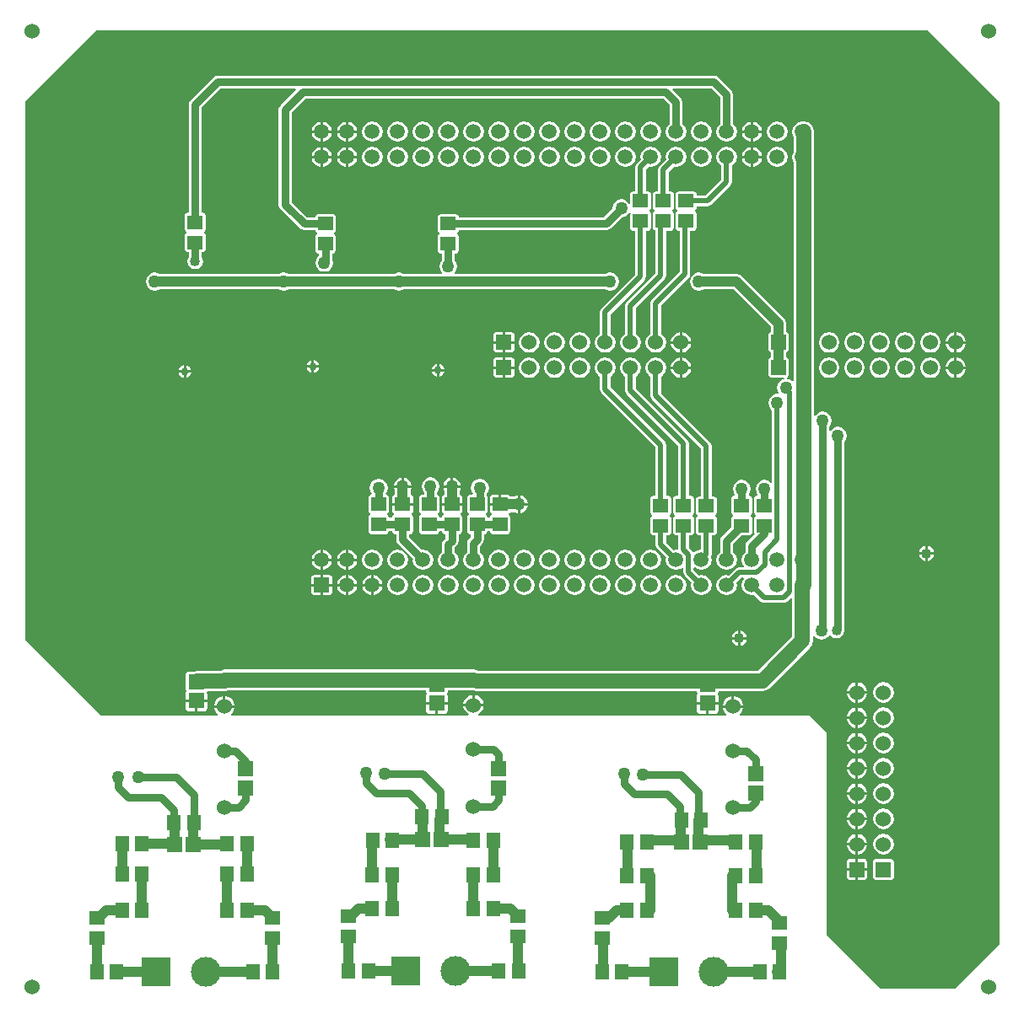
<source format=gtl>
G04 Layer_Physical_Order=1*
G04 Layer_Color=255*
%FSLAX25Y25*%
%MOIN*%
G70*
G01*
G75*
%ADD10R,0.06299X0.05905*%
%ADD11R,0.05512X0.05905*%
%ADD12R,0.05905X0.05512*%
%ADD13R,0.05905X0.06299*%
%ADD14C,0.02000*%
%ADD15C,0.06000*%
%ADD16C,0.03000*%
%ADD17C,0.04000*%
%ADD18C,0.06000*%
%ADD19R,0.11811X0.11811*%
%ADD20C,0.11811*%
%ADD21C,0.05905*%
%ADD22R,0.05905X0.05905*%
%ADD23R,0.06000X0.06000*%
%ADD24R,0.06000X0.06000*%
%ADD25C,0.05000*%
%ADD26C,0.04000*%
%ADD27C,0.03000*%
G36*
X354000Y378500D02*
X382500Y350000D01*
X382500Y17000D01*
X364750Y-750D01*
X335250Y-750D01*
X314000Y20500D01*
X314000Y100500D01*
X307500Y107500D01*
X279734D01*
X279589Y107978D01*
X279884Y108175D01*
X280768Y109498D01*
X280979Y110559D01*
X277000D01*
X273021D01*
X273232Y109498D01*
X274116Y108175D01*
X274411Y107978D01*
X274266Y107500D01*
X176462D01*
X176310Y108000D01*
X177321Y108675D01*
X178205Y109998D01*
X178416Y111059D01*
X174437D01*
X170458D01*
X170669Y109998D01*
X171553Y108675D01*
X172564Y108000D01*
X172412Y107500D01*
X78734D01*
X78589Y107978D01*
X78884Y108175D01*
X79768Y109498D01*
X79979Y110559D01*
X76000D01*
X72021D01*
X72232Y109498D01*
X73116Y108175D01*
X73411Y107978D01*
X73265Y107500D01*
X27500D01*
X-2500Y137500D01*
X-2500Y350500D01*
X25500Y378500D01*
X354000Y378500D01*
D02*
G37*
%LPC*%
G36*
X134000Y158500D02*
X130569D01*
X130777Y157458D01*
X131650Y156150D01*
X132958Y155277D01*
X134000Y155069D01*
Y158500D01*
D02*
G37*
G36*
X114000Y163035D02*
X111547D01*
X110782Y162718D01*
X110465Y161953D01*
Y159500D01*
X114000D01*
Y163035D01*
D02*
G37*
G36*
X124000Y162931D02*
X122958Y162723D01*
X121650Y161850D01*
X120777Y160542D01*
X120569Y159500D01*
X124000D01*
Y162931D01*
D02*
G37*
G36*
X128431Y158500D02*
X125000D01*
Y155069D01*
X126042Y155277D01*
X127350Y156150D01*
X128223Y157458D01*
X128431Y158500D01*
D02*
G37*
G36*
X138431D02*
X135000D01*
Y155069D01*
X136042Y155277D01*
X137350Y156150D01*
X138223Y157458D01*
X138431Y158500D01*
D02*
G37*
G36*
X124000D02*
X120569D01*
X120777Y157458D01*
X121650Y156150D01*
X122958Y155277D01*
X124000Y155069D01*
Y158500D01*
D02*
G37*
G36*
X134000Y162931D02*
X132958Y162723D01*
X131650Y161850D01*
X130777Y160542D01*
X130569Y159500D01*
X134000D01*
Y162931D01*
D02*
G37*
G36*
X134500Y173030D02*
X132958Y172723D01*
X131650Y171850D01*
X130777Y170542D01*
X130470Y169000D01*
X130777Y167458D01*
X131650Y166150D01*
X132958Y165277D01*
X134500Y164970D01*
X136042Y165277D01*
X137350Y166150D01*
X138223Y167458D01*
X138530Y169000D01*
X138223Y170542D01*
X137350Y171850D01*
X136042Y172723D01*
X134500Y173030D01*
D02*
G37*
G36*
X144500D02*
X142958Y172723D01*
X141650Y171850D01*
X140777Y170542D01*
X140470Y169000D01*
X140777Y167458D01*
X141650Y166150D01*
X142958Y165277D01*
X144500Y164970D01*
X146042Y165277D01*
X147350Y166150D01*
X148223Y167458D01*
X148530Y169000D01*
X148223Y170542D01*
X147350Y171850D01*
X146042Y172723D01*
X144500Y173030D01*
D02*
G37*
G36*
X137000Y201069D02*
X135634Y200797D01*
X134477Y200023D01*
X133703Y198866D01*
X133431Y197500D01*
X133703Y196134D01*
X134277Y195275D01*
X134053Y194787D01*
X134018Y194763D01*
X133282Y194458D01*
X132965Y193693D01*
Y188181D01*
X133282Y187416D01*
X133632Y187271D01*
Y186729D01*
X133282Y186584D01*
X132965Y185819D01*
Y180307D01*
X133282Y179542D01*
X134047Y179225D01*
X139953D01*
X140718Y179542D01*
X141035Y180307D01*
Y180514D01*
X142465D01*
Y180307D01*
X142782Y179542D01*
X143547Y179225D01*
X143951D01*
Y177000D01*
X144145Y176024D01*
X144698Y175198D01*
X150540Y169355D01*
X150470Y169000D01*
X150777Y167458D01*
X151650Y166150D01*
X152958Y165277D01*
X154500Y164970D01*
X156042Y165277D01*
X157350Y166150D01*
X158223Y167458D01*
X158530Y169000D01*
X158223Y170542D01*
X157350Y171850D01*
X156042Y172723D01*
X154500Y173030D01*
X154145Y172960D01*
X149049Y178056D01*
Y179225D01*
X149453D01*
X150218Y179542D01*
X150535Y180307D01*
Y185819D01*
X150218Y186584D01*
X149868Y186729D01*
Y187271D01*
X150218Y187416D01*
X150535Y188181D01*
Y190437D01*
X142465D01*
Y188181D01*
X142782Y187416D01*
X143132Y187271D01*
Y186729D01*
X142782Y186584D01*
X142465Y185819D01*
Y185612D01*
X141035D01*
Y185819D01*
X140718Y186584D01*
X140368Y186729D01*
Y187271D01*
X140718Y187416D01*
X141035Y188181D01*
Y193693D01*
X140718Y194458D01*
X139982Y194763D01*
X139947Y194787D01*
X139723Y195275D01*
X140297Y196134D01*
X140569Y197500D01*
X140297Y198866D01*
X139523Y200023D01*
X138366Y200797D01*
X137000Y201069D01*
D02*
G37*
G36*
X117453Y163035D02*
X115000D01*
Y159500D01*
X118535D01*
Y161953D01*
X118218Y162718D01*
X117453Y163035D01*
D02*
G37*
G36*
X125000Y162931D02*
Y159500D01*
X128431D01*
X128223Y160542D01*
X127350Y161850D01*
X126042Y162723D01*
X125000Y162931D01*
D02*
G37*
G36*
X135000D02*
Y159500D01*
X138431D01*
X138223Y160542D01*
X137350Y161850D01*
X136042Y162723D01*
X135000Y162931D01*
D02*
G37*
G36*
X254500Y163030D02*
X252958Y162723D01*
X251650Y161850D01*
X250777Y160542D01*
X250470Y159000D01*
X250777Y157458D01*
X251650Y156150D01*
X252958Y155277D01*
X254500Y154970D01*
X256042Y155277D01*
X257350Y156150D01*
X258223Y157458D01*
X258530Y159000D01*
X258223Y160542D01*
X257350Y161850D01*
X256042Y162723D01*
X254500Y163030D01*
D02*
G37*
G36*
X154500D02*
X152958Y162723D01*
X151650Y161850D01*
X150777Y160542D01*
X150470Y159000D01*
X150777Y157458D01*
X151650Y156150D01*
X152958Y155277D01*
X154500Y154970D01*
X156042Y155277D01*
X157350Y156150D01*
X158223Y157458D01*
X158530Y159000D01*
X158223Y160542D01*
X157350Y161850D01*
X156042Y162723D01*
X154500Y163030D01*
D02*
G37*
G36*
X164500D02*
X162958Y162723D01*
X161650Y161850D01*
X160777Y160542D01*
X160470Y159000D01*
X160777Y157458D01*
X161650Y156150D01*
X162958Y155277D01*
X164500Y154970D01*
X166042Y155277D01*
X167350Y156150D01*
X168223Y157458D01*
X168530Y159000D01*
X168223Y160542D01*
X167350Y161850D01*
X166042Y162723D01*
X164500Y163030D01*
D02*
G37*
G36*
X174500D02*
X172958Y162723D01*
X171650Y161850D01*
X170777Y160542D01*
X170470Y159000D01*
X170777Y157458D01*
X171650Y156150D01*
X172958Y155277D01*
X174500Y154970D01*
X176042Y155277D01*
X177350Y156150D01*
X178223Y157458D01*
X178530Y159000D01*
X178223Y160542D01*
X177350Y161850D01*
X176042Y162723D01*
X174500Y163030D01*
D02*
G37*
G36*
X114000Y158500D02*
X110465D01*
Y156047D01*
X110782Y155282D01*
X111547Y154965D01*
X114000D01*
Y158500D01*
D02*
G37*
G36*
X118535D02*
X115000D01*
Y154965D01*
X117453D01*
X118218Y155282D01*
X118535Y156047D01*
Y158500D01*
D02*
G37*
G36*
X144500Y163030D02*
X142958Y162723D01*
X141650Y161850D01*
X140777Y160542D01*
X140470Y159000D01*
X140777Y157458D01*
X141650Y156150D01*
X142958Y155277D01*
X144500Y154970D01*
X146042Y155277D01*
X147350Y156150D01*
X148223Y157458D01*
X148530Y159000D01*
X148223Y160542D01*
X147350Y161850D01*
X146042Y162723D01*
X144500Y163030D01*
D02*
G37*
G36*
X184500D02*
X182958Y162723D01*
X181650Y161850D01*
X180777Y160542D01*
X180470Y159000D01*
X180777Y157458D01*
X181650Y156150D01*
X182958Y155277D01*
X184500Y154970D01*
X186042Y155277D01*
X187350Y156150D01*
X188223Y157458D01*
X188530Y159000D01*
X188223Y160542D01*
X187350Y161850D01*
X186042Y162723D01*
X184500Y163030D01*
D02*
G37*
G36*
X224500D02*
X222958Y162723D01*
X221650Y161850D01*
X220777Y160542D01*
X220470Y159000D01*
X220777Y157458D01*
X221650Y156150D01*
X222958Y155277D01*
X224500Y154970D01*
X226042Y155277D01*
X227350Y156150D01*
X228223Y157458D01*
X228530Y159000D01*
X228223Y160542D01*
X227350Y161850D01*
X226042Y162723D01*
X224500Y163030D01*
D02*
G37*
G36*
X234500D02*
X232958Y162723D01*
X231650Y161850D01*
X230777Y160542D01*
X230470Y159000D01*
X230777Y157458D01*
X231650Y156150D01*
X232958Y155277D01*
X234500Y154970D01*
X236042Y155277D01*
X237350Y156150D01*
X238223Y157458D01*
X238530Y159000D01*
X238223Y160542D01*
X237350Y161850D01*
X236042Y162723D01*
X234500Y163030D01*
D02*
G37*
G36*
X244500D02*
X242958Y162723D01*
X241650Y161850D01*
X240777Y160542D01*
X240470Y159000D01*
X240777Y157458D01*
X241650Y156150D01*
X242958Y155277D01*
X244500Y154970D01*
X246042Y155277D01*
X247350Y156150D01*
X248223Y157458D01*
X248530Y159000D01*
X248223Y160542D01*
X247350Y161850D01*
X246042Y162723D01*
X244500Y163030D01*
D02*
G37*
G36*
X194500D02*
X192958Y162723D01*
X191650Y161850D01*
X190777Y160542D01*
X190470Y159000D01*
X190777Y157458D01*
X191650Y156150D01*
X192958Y155277D01*
X194500Y154970D01*
X196042Y155277D01*
X197350Y156150D01*
X198223Y157458D01*
X198530Y159000D01*
X198223Y160542D01*
X197350Y161850D01*
X196042Y162723D01*
X194500Y163030D01*
D02*
G37*
G36*
X204500D02*
X202958Y162723D01*
X201650Y161850D01*
X200777Y160542D01*
X200470Y159000D01*
X200777Y157458D01*
X201650Y156150D01*
X202958Y155277D01*
X204500Y154970D01*
X206042Y155277D01*
X207350Y156150D01*
X208223Y157458D01*
X208530Y159000D01*
X208223Y160542D01*
X207350Y161850D01*
X206042Y162723D01*
X204500Y163030D01*
D02*
G37*
G36*
X214500D02*
X212958Y162723D01*
X211650Y161850D01*
X210777Y160542D01*
X210470Y159000D01*
X210777Y157458D01*
X211650Y156150D01*
X212958Y155277D01*
X214500Y154970D01*
X216042Y155277D01*
X217350Y156150D01*
X218223Y157458D01*
X218530Y159000D01*
X218223Y160542D01*
X217350Y161850D01*
X216042Y162723D01*
X214500Y163030D01*
D02*
G37*
G36*
X157500Y201569D02*
X156134Y201297D01*
X154977Y200523D01*
X154203Y199366D01*
X153931Y198000D01*
X154203Y196634D01*
X154951Y195515D01*
Y194775D01*
X154047D01*
X153282Y194458D01*
X152965Y193693D01*
Y188181D01*
X153282Y187416D01*
X153632Y187271D01*
Y186729D01*
X153282Y186584D01*
X152965Y185819D01*
Y180307D01*
X153282Y179542D01*
X154047Y179225D01*
X159953D01*
X160718Y179542D01*
X161035Y180307D01*
Y180514D01*
X161965D01*
Y180307D01*
X162282Y179542D01*
X163047Y179225D01*
X163451D01*
Y177556D01*
X162698Y176802D01*
X162145Y175976D01*
X161951Y175000D01*
Y172051D01*
X161650Y171850D01*
X160777Y170542D01*
X160470Y169000D01*
X160777Y167458D01*
X161650Y166150D01*
X162958Y165277D01*
X164500Y164970D01*
X166042Y165277D01*
X167350Y166150D01*
X168223Y167458D01*
X168530Y169000D01*
X168223Y170542D01*
X167350Y171850D01*
X167049Y172051D01*
Y173944D01*
X167802Y174698D01*
X168355Y175524D01*
X168549Y176500D01*
Y179225D01*
X168953D01*
X169718Y179542D01*
X170035Y180307D01*
Y185819D01*
X169718Y186584D01*
X169368Y186729D01*
Y187271D01*
X169718Y187416D01*
X170035Y188181D01*
Y190437D01*
X161965D01*
Y188181D01*
X162282Y187416D01*
X162632Y187271D01*
Y186729D01*
X162282Y186584D01*
X161965Y185819D01*
Y185612D01*
X161035D01*
Y185819D01*
X160718Y186584D01*
X160368Y186729D01*
Y187271D01*
X160718Y187416D01*
X161035Y188181D01*
Y193693D01*
X160718Y194458D01*
X160049Y194735D01*
Y195515D01*
X160797Y196634D01*
X161069Y198000D01*
X160797Y199366D01*
X160023Y200523D01*
X158866Y201297D01*
X157500Y201569D01*
D02*
G37*
G36*
X125000Y172931D02*
Y169500D01*
X128431D01*
X128223Y170542D01*
X127350Y171850D01*
X126042Y172723D01*
X125000Y172931D01*
D02*
G37*
G36*
X246500Y249078D02*
X244939Y248768D01*
X243616Y247884D01*
X242732Y246561D01*
X242422Y245000D01*
X242732Y243439D01*
X243616Y242116D01*
X244461Y241552D01*
Y234000D01*
X244616Y233220D01*
X245058Y232558D01*
X264461Y213155D01*
Y194212D01*
X263547D01*
X262782Y193895D01*
X262465Y193130D01*
Y187618D01*
X262782Y186853D01*
X263132Y186708D01*
Y186166D01*
X262782Y186021D01*
X262465Y185256D01*
Y179744D01*
X262782Y178979D01*
X263547Y178662D01*
X264461D01*
Y173022D01*
X262958Y172723D01*
X261809Y171956D01*
X261763Y171944D01*
X261289Y172011D01*
X261187Y172056D01*
X260895Y172493D01*
X259539Y173849D01*
Y178725D01*
X260453D01*
X261218Y179042D01*
X261535Y179807D01*
Y185319D01*
X261218Y186084D01*
X260868Y186229D01*
Y186771D01*
X261218Y186916D01*
X261535Y187681D01*
Y193193D01*
X261218Y193958D01*
X260453Y194275D01*
X259539D01*
Y215000D01*
X259539Y215000D01*
X259384Y215780D01*
X258942Y216442D01*
X238539Y236845D01*
Y241552D01*
X239384Y242116D01*
X240268Y243439D01*
X240578Y245000D01*
X240268Y246561D01*
X239384Y247884D01*
X238061Y248768D01*
X236500Y249078D01*
X234939Y248768D01*
X233616Y247884D01*
X232732Y246561D01*
X232422Y245000D01*
X232732Y243439D01*
X233616Y242116D01*
X234461Y241552D01*
Y236000D01*
X234616Y235220D01*
X235058Y234558D01*
X255461Y214155D01*
Y194275D01*
X254547D01*
X253782Y193958D01*
X253465Y193193D01*
Y187681D01*
X253782Y186916D01*
X254132Y186771D01*
Y186229D01*
X253782Y186084D01*
X253465Y185319D01*
Y179807D01*
X253782Y179042D01*
X254547Y178725D01*
X255461D01*
Y173349D01*
X254991Y172933D01*
X254500Y173030D01*
X253544Y172840D01*
X250539Y175845D01*
Y178725D01*
X251453D01*
X252218Y179042D01*
X252535Y179807D01*
Y185319D01*
X252218Y186084D01*
X251868Y186229D01*
Y186771D01*
X252218Y186916D01*
X252535Y187681D01*
Y193193D01*
X252218Y193958D01*
X251453Y194275D01*
X250539D01*
Y214500D01*
X250384Y215280D01*
X249942Y215942D01*
X228539Y237345D01*
Y241552D01*
X229384Y242116D01*
X230268Y243439D01*
X230578Y245000D01*
X230268Y246561D01*
X229384Y247884D01*
X228061Y248768D01*
X226500Y249078D01*
X224939Y248768D01*
X223616Y247884D01*
X222732Y246561D01*
X222422Y245000D01*
X222732Y243439D01*
X223616Y242116D01*
X224461Y241552D01*
Y236500D01*
X224616Y235720D01*
X225058Y235058D01*
X246461Y213655D01*
Y194275D01*
X245547D01*
X244782Y193958D01*
X244465Y193193D01*
Y187681D01*
X244782Y186916D01*
X245132Y186771D01*
Y186229D01*
X244782Y186084D01*
X244465Y185319D01*
Y179807D01*
X244782Y179042D01*
X245547Y178725D01*
X246461D01*
Y175000D01*
X246616Y174220D01*
X247058Y173558D01*
X250660Y169956D01*
X250470Y169000D01*
X250777Y167458D01*
X251650Y166150D01*
X252958Y165277D01*
X254500Y164970D01*
X256042Y165277D01*
X256914Y165859D01*
X257414Y165592D01*
Y164047D01*
X257569Y163267D01*
X258011Y162605D01*
X260660Y159956D01*
X260470Y159000D01*
X260777Y157458D01*
X261650Y156150D01*
X262958Y155277D01*
X264500Y154970D01*
X266042Y155277D01*
X267350Y156150D01*
X268223Y157458D01*
X268530Y159000D01*
X268223Y160542D01*
X267350Y161850D01*
X266042Y162723D01*
X264500Y163030D01*
X263544Y162840D01*
X261492Y164892D01*
Y165655D01*
X261992Y165922D01*
X262958Y165277D01*
X264500Y164970D01*
X266042Y165277D01*
X267350Y166150D01*
X268223Y167458D01*
X268530Y169000D01*
X268310Y170108D01*
X268384Y170220D01*
X268539Y171000D01*
Y178662D01*
X269453D01*
X270218Y178979D01*
X270535Y179744D01*
Y185256D01*
X270218Y186021D01*
X269868Y186166D01*
Y186708D01*
X270218Y186853D01*
X270535Y187618D01*
Y193130D01*
X270218Y193895D01*
X269453Y194212D01*
X268539D01*
Y214000D01*
X268384Y214780D01*
X267942Y215442D01*
X248539Y234845D01*
Y241552D01*
X249384Y242116D01*
X250268Y243439D01*
X250578Y245000D01*
X250268Y246561D01*
X249384Y247884D01*
X248061Y248768D01*
X246500Y249078D01*
D02*
G37*
G36*
X353000Y174459D02*
X352329Y174326D01*
X351337Y173663D01*
X350674Y172670D01*
X350541Y172000D01*
X353000D01*
Y174459D01*
D02*
G37*
G36*
X114000Y172931D02*
X112958Y172723D01*
X111650Y171850D01*
X110777Y170542D01*
X110569Y169500D01*
X114000D01*
Y172931D01*
D02*
G37*
G36*
X124000D02*
X122958Y172723D01*
X121650Y171850D01*
X120777Y170542D01*
X120569Y169500D01*
X124000D01*
Y172931D01*
D02*
G37*
G36*
X115000Y172931D02*
Y169500D01*
X118431D01*
X118223Y170542D01*
X117350Y171850D01*
X116042Y172723D01*
X115000Y172931D01*
D02*
G37*
G36*
X354000Y174459D02*
Y172000D01*
X356459D01*
X356326Y172670D01*
X355663Y173663D01*
X354671Y174326D01*
X354000Y174459D01*
D02*
G37*
G36*
X169469Y197500D02*
X162531D01*
X162703Y196634D01*
X162941Y196278D01*
Y194731D01*
X162282Y194458D01*
X161965Y193693D01*
Y191437D01*
X170035D01*
Y193693D01*
X169718Y194458D01*
X169059Y194731D01*
Y196278D01*
X169297Y196634D01*
X169469Y197500D01*
D02*
G37*
G36*
X184500Y194775D02*
X182047D01*
X181282Y194458D01*
X180965Y193693D01*
Y191437D01*
X184500D01*
Y194775D01*
D02*
G37*
G36*
X193000Y194469D02*
Y191500D01*
X195969D01*
X195797Y192366D01*
X195023Y193523D01*
X193866Y194297D01*
X193000Y194469D01*
D02*
G37*
G36*
X177000Y201069D02*
X175634Y200797D01*
X174477Y200023D01*
X173703Y198866D01*
X173431Y197500D01*
X173703Y196134D01*
X174277Y195275D01*
X174010Y194775D01*
X173047D01*
X172282Y194458D01*
X171965Y193693D01*
Y188181D01*
X172282Y187416D01*
X172632Y187271D01*
Y186729D01*
X172282Y186584D01*
X171965Y185819D01*
Y180307D01*
X172282Y179542D01*
X173047Y179225D01*
X173451D01*
Y178056D01*
X172698Y177302D01*
X172145Y176476D01*
X171951Y175500D01*
Y172051D01*
X171650Y171850D01*
X170777Y170542D01*
X170470Y169000D01*
X170777Y167458D01*
X171650Y166150D01*
X172958Y165277D01*
X174500Y164970D01*
X176042Y165277D01*
X177350Y166150D01*
X178223Y167458D01*
X178530Y169000D01*
X178223Y170542D01*
X177350Y171850D01*
X177049Y172051D01*
Y174444D01*
X177802Y175198D01*
X178355Y176024D01*
X178549Y177000D01*
Y179225D01*
X178953D01*
X179718Y179542D01*
X180035Y180307D01*
Y180514D01*
X180965D01*
Y180307D01*
X181282Y179542D01*
X182047Y179225D01*
X187953D01*
X188718Y179542D01*
X189035Y180307D01*
Y185819D01*
X188718Y186584D01*
X188368Y186729D01*
Y187271D01*
X188718Y187416D01*
X188910Y187878D01*
X190872D01*
X191134Y187703D01*
X192000Y187531D01*
Y191000D01*
Y194469D01*
X191134Y194297D01*
X190684Y193996D01*
X188910D01*
X188718Y194458D01*
X187953Y194775D01*
X185500D01*
Y190937D01*
X185000D01*
Y190437D01*
X180965D01*
Y188181D01*
X181282Y187416D01*
X181632Y187271D01*
Y186729D01*
X181282Y186584D01*
X180965Y185819D01*
Y185612D01*
X180035D01*
Y185819D01*
X179718Y186584D01*
X179368Y186729D01*
Y187271D01*
X179718Y187416D01*
X180035Y188181D01*
Y193693D01*
X179718Y194458D01*
X179549Y194528D01*
Y195015D01*
X180297Y196134D01*
X180569Y197500D01*
X180297Y198866D01*
X179523Y200023D01*
X178366Y200797D01*
X177000Y201069D01*
D02*
G37*
G36*
X195969Y190500D02*
X193000D01*
Y187531D01*
X193866Y187703D01*
X195023Y188477D01*
X195797Y189634D01*
X195969Y190500D01*
D02*
G37*
G36*
X149969Y197500D02*
X143031D01*
X143203Y196634D01*
X143441Y196278D01*
Y194731D01*
X142782Y194458D01*
X142465Y193693D01*
Y191437D01*
X150535D01*
Y193693D01*
X150218Y194458D01*
X149559Y194731D01*
Y196278D01*
X149797Y196634D01*
X149969Y197500D01*
D02*
G37*
G36*
X356459Y171000D02*
X354000D01*
Y168541D01*
X354671Y168674D01*
X355663Y169337D01*
X356326Y170329D01*
X356459Y171000D01*
D02*
G37*
G36*
X214500Y173030D02*
X212958Y172723D01*
X211650Y171850D01*
X210777Y170542D01*
X210470Y169000D01*
X210777Y167458D01*
X211650Y166150D01*
X212958Y165277D01*
X214500Y164970D01*
X216042Y165277D01*
X217350Y166150D01*
X218223Y167458D01*
X218530Y169000D01*
X218223Y170542D01*
X217350Y171850D01*
X216042Y172723D01*
X214500Y173030D01*
D02*
G37*
G36*
X224500D02*
X222958Y172723D01*
X221650Y171850D01*
X220777Y170542D01*
X220470Y169000D01*
X220777Y167458D01*
X221650Y166150D01*
X222958Y165277D01*
X224500Y164970D01*
X226042Y165277D01*
X227350Y166150D01*
X228223Y167458D01*
X228530Y169000D01*
X228223Y170542D01*
X227350Y171850D01*
X226042Y172723D01*
X224500Y173030D01*
D02*
G37*
G36*
X234500D02*
X232958Y172723D01*
X231650Y171850D01*
X230777Y170542D01*
X230470Y169000D01*
X230777Y167458D01*
X231650Y166150D01*
X232958Y165277D01*
X234500Y164970D01*
X236042Y165277D01*
X237350Y166150D01*
X238223Y167458D01*
X238530Y169000D01*
X238223Y170542D01*
X237350Y171850D01*
X236042Y172723D01*
X234500Y173030D01*
D02*
G37*
G36*
X184500D02*
X182958Y172723D01*
X181650Y171850D01*
X180777Y170542D01*
X180470Y169000D01*
X180777Y167458D01*
X181650Y166150D01*
X182958Y165277D01*
X184500Y164970D01*
X186042Y165277D01*
X187350Y166150D01*
X188223Y167458D01*
X188530Y169000D01*
X188223Y170542D01*
X187350Y171850D01*
X186042Y172723D01*
X184500Y173030D01*
D02*
G37*
G36*
X194500D02*
X192958Y172723D01*
X191650Y171850D01*
X190777Y170542D01*
X190470Y169000D01*
X190777Y167458D01*
X191650Y166150D01*
X192958Y165277D01*
X194500Y164970D01*
X196042Y165277D01*
X197350Y166150D01*
X198223Y167458D01*
X198530Y169000D01*
X198223Y170542D01*
X197350Y171850D01*
X196042Y172723D01*
X194500Y173030D01*
D02*
G37*
G36*
X204500D02*
X202958Y172723D01*
X201650Y171850D01*
X200777Y170542D01*
X200470Y169000D01*
X200777Y167458D01*
X201650Y166150D01*
X202958Y165277D01*
X204500Y164970D01*
X206042Y165277D01*
X207350Y166150D01*
X208223Y167458D01*
X208530Y169000D01*
X208223Y170542D01*
X207350Y171850D01*
X206042Y172723D01*
X204500Y173030D01*
D02*
G37*
G36*
X244500D02*
X242958Y172723D01*
X241650Y171850D01*
X240777Y170542D01*
X240470Y169000D01*
X240777Y167458D01*
X241650Y166150D01*
X242958Y165277D01*
X244500Y164970D01*
X246042Y165277D01*
X247350Y166150D01*
X248223Y167458D01*
X248530Y169000D01*
X248223Y170542D01*
X247350Y171850D01*
X246042Y172723D01*
X244500Y173030D01*
D02*
G37*
G36*
X114000Y168500D02*
X110569D01*
X110777Y167458D01*
X111650Y166150D01*
X112958Y165277D01*
X114000Y165069D01*
Y168500D01*
D02*
G37*
G36*
X124000D02*
X120569D01*
X120777Y167458D01*
X121650Y166150D01*
X122958Y165277D01*
X124000Y165069D01*
Y168500D01*
D02*
G37*
G36*
X353000Y171000D02*
X350541D01*
X350674Y170329D01*
X351337Y169337D01*
X352329Y168674D01*
X353000Y168541D01*
Y171000D01*
D02*
G37*
G36*
X280500Y200569D02*
X279134Y200297D01*
X277977Y199523D01*
X277203Y198366D01*
X276931Y197000D01*
X277203Y195634D01*
X277777Y194775D01*
X277553Y194287D01*
X277518Y194263D01*
X276782Y193958D01*
X276465Y193193D01*
Y187681D01*
X276782Y186916D01*
X277132Y186771D01*
Y186229D01*
X276782Y186084D01*
X276465Y185319D01*
Y182133D01*
X272698Y178365D01*
X272145Y177538D01*
X271951Y176563D01*
Y172051D01*
X271650Y171850D01*
X270777Y170542D01*
X270470Y169000D01*
X270777Y167458D01*
X271650Y166150D01*
X272958Y165277D01*
X274500Y164970D01*
X276042Y165277D01*
X277350Y166150D01*
X278223Y167458D01*
X278530Y169000D01*
X278223Y170542D01*
X277350Y171850D01*
X277049Y172051D01*
Y175507D01*
X280266Y178725D01*
X283453D01*
X284218Y179042D01*
X284535Y179807D01*
Y185319D01*
X284218Y186084D01*
X283868Y186229D01*
Y186771D01*
X284218Y186916D01*
X284535Y187681D01*
Y193193D01*
X284218Y193958D01*
X283482Y194263D01*
X283448Y194287D01*
X283223Y194775D01*
X283797Y195634D01*
X284069Y197000D01*
X283797Y198366D01*
X283023Y199523D01*
X281866Y200297D01*
X280500Y200569D01*
D02*
G37*
G36*
X118431Y168500D02*
X115000D01*
Y165069D01*
X116042Y165277D01*
X117350Y166150D01*
X118223Y167458D01*
X118431Y168500D01*
D02*
G37*
G36*
X128431D02*
X125000D01*
Y165069D01*
X126042Y165277D01*
X127350Y166150D01*
X128223Y167458D01*
X128431Y168500D01*
D02*
G37*
G36*
X280000Y140959D02*
Y138500D01*
X282459D01*
X282326Y139171D01*
X281663Y140163D01*
X280670Y140826D01*
X280000Y140959D01*
D02*
G37*
G36*
X325500Y76000D02*
X322021D01*
X322232Y74939D01*
X323116Y73616D01*
X324439Y72732D01*
X325500Y72521D01*
Y76000D01*
D02*
G37*
G36*
Y80479D02*
X324439Y80268D01*
X323116Y79384D01*
X322232Y78061D01*
X322021Y77000D01*
X325500D01*
Y80479D01*
D02*
G37*
G36*
X326500Y80479D02*
Y77000D01*
X329979D01*
X329768Y78061D01*
X328884Y79384D01*
X327561Y80268D01*
X326500Y80479D01*
D02*
G37*
G36*
Y70479D02*
Y67000D01*
X329979D01*
X329768Y68061D01*
X328884Y69384D01*
X327561Y70268D01*
X326500Y70479D01*
D02*
G37*
G36*
X336500Y80578D02*
X334939Y80268D01*
X333616Y79384D01*
X332732Y78061D01*
X332422Y76500D01*
X332732Y74939D01*
X333616Y73616D01*
X334939Y72732D01*
X336500Y72422D01*
X338061Y72732D01*
X339384Y73616D01*
X340268Y74939D01*
X340578Y76500D01*
X340268Y78061D01*
X339384Y79384D01*
X338061Y80268D01*
X336500Y80578D01*
D02*
G37*
G36*
X329979Y76000D02*
X326500D01*
Y72521D01*
X327561Y72732D01*
X328884Y73616D01*
X329768Y74939D01*
X329979Y76000D01*
D02*
G37*
G36*
X336500Y90578D02*
X334939Y90268D01*
X333616Y89384D01*
X332732Y88061D01*
X332422Y86500D01*
X332732Y84939D01*
X333616Y83616D01*
X334939Y82732D01*
X336500Y82422D01*
X338061Y82732D01*
X339384Y83616D01*
X340268Y84939D01*
X340578Y86500D01*
X340268Y88061D01*
X339384Y89384D01*
X338061Y90268D01*
X336500Y90578D01*
D02*
G37*
G36*
X326500Y90479D02*
Y87000D01*
X329979D01*
X329768Y88061D01*
X328884Y89384D01*
X327561Y90268D01*
X326500Y90479D01*
D02*
G37*
G36*
X336500Y100578D02*
X334939Y100268D01*
X333616Y99384D01*
X332732Y98061D01*
X332422Y96500D01*
X332732Y94939D01*
X333616Y93616D01*
X334939Y92732D01*
X336500Y92422D01*
X338061Y92732D01*
X339384Y93616D01*
X340268Y94939D01*
X340578Y96500D01*
X340268Y98061D01*
X339384Y99384D01*
X338061Y100268D01*
X336500Y100578D01*
D02*
G37*
G36*
X329979Y96000D02*
X326500D01*
Y92521D01*
X327561Y92732D01*
X328884Y93616D01*
X329768Y94939D01*
X329979Y96000D01*
D02*
G37*
G36*
Y86000D02*
X326500D01*
Y82521D01*
X327561Y82732D01*
X328884Y83616D01*
X329768Y84939D01*
X329979Y86000D01*
D02*
G37*
G36*
X325500D02*
X322021D01*
X322232Y84939D01*
X323116Y83616D01*
X324439Y82732D01*
X325500Y82521D01*
Y86000D01*
D02*
G37*
G36*
Y90479D02*
X324439Y90268D01*
X323116Y89384D01*
X322232Y88061D01*
X322021Y87000D01*
X325500D01*
Y90479D01*
D02*
G37*
G36*
Y70479D02*
X324439Y70268D01*
X323116Y69384D01*
X322232Y68061D01*
X322021Y67000D01*
X325500D01*
Y70479D01*
D02*
G37*
G36*
Y50582D02*
X323000D01*
X322235Y50265D01*
X321918Y49500D01*
Y47000D01*
X325500D01*
Y50582D01*
D02*
G37*
G36*
X329000D02*
X326500D01*
Y47000D01*
X330082D01*
Y49500D01*
X329765Y50265D01*
X329000Y50582D01*
D02*
G37*
G36*
X336500Y60578D02*
X334939Y60268D01*
X333616Y59384D01*
X332732Y58061D01*
X332422Y56500D01*
X332732Y54939D01*
X333616Y53616D01*
X334939Y52732D01*
X336500Y52422D01*
X338061Y52732D01*
X339384Y53616D01*
X340268Y54939D01*
X340578Y56500D01*
X340268Y58061D01*
X339384Y59384D01*
X338061Y60268D01*
X336500Y60578D01*
D02*
G37*
G36*
X325500Y46000D02*
X321918D01*
Y43500D01*
X322235Y42735D01*
X323000Y42418D01*
X325500D01*
Y46000D01*
D02*
G37*
G36*
X330082D02*
X326500D01*
Y42418D01*
X329000D01*
X329765Y42735D01*
X330082Y43500D01*
Y46000D01*
D02*
G37*
G36*
X339500Y50582D02*
X333500D01*
X332735Y50265D01*
X332418Y49500D01*
Y43500D01*
X332735Y42735D01*
X333500Y42418D01*
X339500D01*
X340265Y42735D01*
X340582Y43500D01*
Y49500D01*
X340265Y50265D01*
X339500Y50582D01*
D02*
G37*
G36*
X329979Y56000D02*
X326500D01*
Y52521D01*
X327561Y52732D01*
X328884Y53616D01*
X329768Y54939D01*
X329979Y56000D01*
D02*
G37*
G36*
X336500Y70578D02*
X334939Y70268D01*
X333616Y69384D01*
X332732Y68061D01*
X332422Y66500D01*
X332732Y64939D01*
X333616Y63616D01*
X334939Y62732D01*
X336500Y62422D01*
X338061Y62732D01*
X339384Y63616D01*
X340268Y64939D01*
X340578Y66500D01*
X340268Y68061D01*
X339384Y69384D01*
X338061Y70268D01*
X336500Y70578D01*
D02*
G37*
G36*
X329979Y66000D02*
X326500D01*
Y62521D01*
X327561Y62732D01*
X328884Y63616D01*
X329768Y64939D01*
X329979Y66000D01*
D02*
G37*
G36*
X325500D02*
X322021D01*
X322232Y64939D01*
X323116Y63616D01*
X324439Y62732D01*
X325500Y62521D01*
Y66000D01*
D02*
G37*
G36*
Y56000D02*
X322021D01*
X322232Y54939D01*
X323116Y53616D01*
X324439Y52732D01*
X325500Y52521D01*
Y56000D01*
D02*
G37*
G36*
Y60479D02*
X324439Y60268D01*
X323116Y59384D01*
X322232Y58061D01*
X322021Y57000D01*
X325500D01*
Y60479D01*
D02*
G37*
G36*
X326500Y60479D02*
Y57000D01*
X329979D01*
X329768Y58061D01*
X328884Y59384D01*
X327561Y60268D01*
X326500Y60479D01*
D02*
G37*
G36*
X325500Y96000D02*
X322021D01*
X322232Y94939D01*
X323116Y93616D01*
X324439Y92732D01*
X325500Y92521D01*
Y96000D01*
D02*
G37*
G36*
X173937Y115538D02*
X172876Y115327D01*
X171553Y114443D01*
X170669Y113120D01*
X170458Y112059D01*
X173937D01*
Y115538D01*
D02*
G37*
G36*
X174937D02*
Y112059D01*
X178416D01*
X178205Y113120D01*
X177321Y114443D01*
X175998Y115327D01*
X174937Y115538D01*
D02*
G37*
G36*
X336500Y120578D02*
X334939Y120268D01*
X333616Y119384D01*
X332732Y118061D01*
X332422Y116500D01*
X332732Y114939D01*
X333616Y113616D01*
X334939Y112732D01*
X336500Y112422D01*
X338061Y112732D01*
X339384Y113616D01*
X340268Y114939D01*
X340578Y116500D01*
X340268Y118061D01*
X339384Y119384D01*
X338061Y120268D01*
X336500Y120578D01*
D02*
G37*
G36*
X276500Y115038D02*
X275439Y114827D01*
X274116Y113943D01*
X273232Y112620D01*
X273021Y111559D01*
X276500D01*
Y115038D01*
D02*
G37*
G36*
X76500D02*
Y111559D01*
X79979D01*
X79768Y112620D01*
X78884Y113943D01*
X77561Y114827D01*
X76500Y115038D01*
D02*
G37*
G36*
X277500D02*
Y111559D01*
X280979D01*
X280768Y112620D01*
X279884Y113943D01*
X278561Y114827D01*
X277500Y115038D01*
D02*
G37*
G36*
X329979Y116000D02*
X326500D01*
Y112521D01*
X327561Y112732D01*
X328884Y113616D01*
X329768Y114939D01*
X329979Y116000D01*
D02*
G37*
G36*
X279000Y137500D02*
X276541D01*
X276674Y136829D01*
X277337Y135837D01*
X278329Y135174D01*
X279000Y135041D01*
Y137500D01*
D02*
G37*
G36*
X282459D02*
X280000D01*
Y135041D01*
X280670Y135174D01*
X281663Y135837D01*
X282326Y136829D01*
X282459Y137500D01*
D02*
G37*
G36*
X279000Y140959D02*
X278329Y140826D01*
X277337Y140163D01*
X276674Y139171D01*
X276541Y138500D01*
X279000D01*
Y140959D01*
D02*
G37*
G36*
X325500Y116000D02*
X322021D01*
X322232Y114939D01*
X323116Y113616D01*
X324439Y112732D01*
X325500Y112521D01*
Y116000D01*
D02*
G37*
G36*
Y120479D02*
X324439Y120268D01*
X323116Y119384D01*
X322232Y118061D01*
X322021Y117000D01*
X325500D01*
Y120479D01*
D02*
G37*
G36*
X326500Y120479D02*
Y117000D01*
X329979D01*
X329768Y118061D01*
X328884Y119384D01*
X327561Y120268D01*
X326500Y120479D01*
D02*
G37*
G36*
X75500Y115038D02*
X74439Y114827D01*
X73116Y113943D01*
X72232Y112620D01*
X72021Y111559D01*
X75500D01*
Y115038D01*
D02*
G37*
G36*
X329979Y106000D02*
X326500D01*
Y102521D01*
X327561Y102732D01*
X328884Y103616D01*
X329768Y104939D01*
X329979Y106000D01*
D02*
G37*
G36*
X325500D02*
X322021D01*
X322232Y104939D01*
X323116Y103616D01*
X324439Y102732D01*
X325500Y102521D01*
Y106000D01*
D02*
G37*
G36*
Y110479D02*
X324439Y110268D01*
X323116Y109384D01*
X322232Y108061D01*
X322021Y107000D01*
X325500D01*
Y110479D01*
D02*
G37*
G36*
Y100479D02*
X324439Y100268D01*
X323116Y99384D01*
X322232Y98061D01*
X322021Y97000D01*
X325500D01*
Y100479D01*
D02*
G37*
G36*
X326500Y100479D02*
Y97000D01*
X329979D01*
X329768Y98061D01*
X328884Y99384D01*
X327561Y100268D01*
X326500Y100479D01*
D02*
G37*
G36*
X336500Y110578D02*
X334939Y110268D01*
X333616Y109384D01*
X332732Y108061D01*
X332422Y106500D01*
X332732Y104939D01*
X333616Y103616D01*
X334939Y102732D01*
X336500Y102422D01*
X338061Y102732D01*
X339384Y103616D01*
X340268Y104939D01*
X340578Y106500D01*
X340268Y108061D01*
X339384Y109384D01*
X338061Y110268D01*
X336500Y110578D01*
D02*
G37*
G36*
X326500Y110479D02*
Y107000D01*
X329979D01*
X329768Y108061D01*
X328884Y109384D01*
X327561Y110268D01*
X326500Y110479D01*
D02*
G37*
G36*
X271232Y111760D02*
X267500D01*
Y108225D01*
X270150D01*
X270915Y108542D01*
X271232Y109307D01*
Y111760D01*
D02*
G37*
G36*
X64500Y112760D02*
X60768D01*
Y110307D01*
X61085Y109542D01*
X61850Y109225D01*
X64500D01*
Y112760D01*
D02*
G37*
G36*
X69232D02*
X65500D01*
Y109225D01*
X68150D01*
X68915Y109542D01*
X69232Y110307D01*
Y112760D01*
D02*
G37*
G36*
X159500Y111760D02*
X155768D01*
Y109307D01*
X156085Y108542D01*
X156850Y108225D01*
X159500D01*
Y111760D01*
D02*
G37*
G36*
X164232D02*
X160500D01*
Y108225D01*
X163150D01*
X163915Y108542D01*
X164232Y109307D01*
Y111760D01*
D02*
G37*
G36*
X266500D02*
X262768D01*
Y109307D01*
X263085Y108542D01*
X263850Y108225D01*
X266500D01*
Y111760D01*
D02*
G37*
G36*
X118431Y327791D02*
X115000D01*
Y324361D01*
X116042Y324568D01*
X117350Y325442D01*
X118223Y326749D01*
X118431Y327791D01*
D02*
G37*
G36*
X114000D02*
X110569D01*
X110777Y326749D01*
X111650Y325442D01*
X112958Y324568D01*
X114000Y324361D01*
Y327791D01*
D02*
G37*
G36*
X124000D02*
X120569D01*
X120777Y326749D01*
X121650Y325442D01*
X122958Y324568D01*
X124000Y324361D01*
Y327791D01*
D02*
G37*
G36*
X288431D02*
X285000D01*
Y324361D01*
X286042Y324568D01*
X287350Y325442D01*
X288223Y326749D01*
X288431Y327791D01*
D02*
G37*
G36*
X264500Y332322D02*
X262958Y332015D01*
X261650Y331141D01*
X260777Y329834D01*
X260470Y328291D01*
X260777Y326749D01*
X261650Y325442D01*
X262958Y324568D01*
X264500Y324261D01*
X266042Y324568D01*
X267350Y325442D01*
X268223Y326749D01*
X268530Y328291D01*
X268223Y329834D01*
X267350Y331141D01*
X266042Y332015D01*
X264500Y332322D01*
D02*
G37*
G36*
X294500D02*
X292958Y332015D01*
X291650Y331141D01*
X290777Y329834D01*
X290470Y328291D01*
X290777Y326749D01*
X291650Y325442D01*
X292958Y324568D01*
X294500Y324261D01*
X296042Y324568D01*
X297350Y325442D01*
X298223Y326749D01*
X298530Y328291D01*
X298223Y329834D01*
X297350Y331141D01*
X296042Y332015D01*
X294500Y332322D01*
D02*
G37*
G36*
X128431Y327791D02*
X125000D01*
Y324361D01*
X126042Y324568D01*
X127350Y325442D01*
X128223Y326749D01*
X128431Y327791D01*
D02*
G37*
G36*
X115000Y332222D02*
Y328791D01*
X118431D01*
X118223Y329834D01*
X117350Y331141D01*
X116042Y332015D01*
X115000Y332222D01*
D02*
G37*
G36*
X125000D02*
Y328791D01*
X128431D01*
X128223Y329834D01*
X127350Y331141D01*
X126042Y332015D01*
X125000Y332222D01*
D02*
G37*
G36*
X285000D02*
Y328791D01*
X288431D01*
X288223Y329834D01*
X287350Y331141D01*
X286042Y332015D01*
X285000Y332222D01*
D02*
G37*
G36*
X284000Y332222D02*
X282958Y332015D01*
X281650Y331141D01*
X280777Y329834D01*
X280569Y328791D01*
X284000D01*
Y332222D01*
D02*
G37*
G36*
Y327791D02*
X280569D01*
X280777Y326749D01*
X281650Y325442D01*
X282958Y324568D01*
X284000Y324361D01*
Y327791D01*
D02*
G37*
G36*
X114000Y332222D02*
X112958Y332015D01*
X111650Y331141D01*
X110777Y329834D01*
X110569Y328791D01*
X114000D01*
Y332222D01*
D02*
G37*
G36*
X124000D02*
X122958Y332015D01*
X121650Y331141D01*
X120777Y329834D01*
X120569Y328791D01*
X124000D01*
Y332222D01*
D02*
G37*
G36*
X164500Y332322D02*
X162958Y332015D01*
X161650Y331141D01*
X160777Y329834D01*
X160470Y328291D01*
X160777Y326749D01*
X161650Y325442D01*
X162958Y324568D01*
X164500Y324261D01*
X166042Y324568D01*
X167350Y325442D01*
X168223Y326749D01*
X168530Y328291D01*
X168223Y329834D01*
X167350Y331141D01*
X166042Y332015D01*
X164500Y332322D01*
D02*
G37*
G36*
X174500D02*
X172958Y332015D01*
X171650Y331141D01*
X170777Y329834D01*
X170470Y328291D01*
X170777Y326749D01*
X171650Y325442D01*
X172958Y324568D01*
X174500Y324261D01*
X176042Y324568D01*
X177350Y325442D01*
X178223Y326749D01*
X178530Y328291D01*
X178223Y329834D01*
X177350Y331141D01*
X176042Y332015D01*
X174500Y332322D01*
D02*
G37*
G36*
X184500D02*
X182958Y332015D01*
X181650Y331141D01*
X180777Y329834D01*
X180470Y328291D01*
X180777Y326749D01*
X181650Y325442D01*
X182958Y324568D01*
X184500Y324261D01*
X186042Y324568D01*
X187350Y325442D01*
X188223Y326749D01*
X188530Y328291D01*
X188223Y329834D01*
X187350Y331141D01*
X186042Y332015D01*
X184500Y332322D01*
D02*
G37*
G36*
X154500D02*
X152958Y332015D01*
X151650Y331141D01*
X150777Y329834D01*
X150470Y328291D01*
X150777Y326749D01*
X151650Y325442D01*
X152958Y324568D01*
X154500Y324261D01*
X156042Y324568D01*
X157350Y325442D01*
X158223Y326749D01*
X158530Y328291D01*
X158223Y329834D01*
X157350Y331141D01*
X156042Y332015D01*
X154500Y332322D01*
D02*
G37*
G36*
X274500D02*
X272958Y332015D01*
X271650Y331141D01*
X270777Y329834D01*
X270470Y328291D01*
X270777Y326749D01*
X271650Y325442D01*
X272461Y324900D01*
Y319345D01*
X266092Y312976D01*
X262535D01*
Y313693D01*
X262218Y314458D01*
X261453Y314775D01*
X255547D01*
X254782Y314458D01*
X254465Y313693D01*
Y308181D01*
X254782Y307416D01*
X255132Y307271D01*
Y306729D01*
X254782Y306584D01*
X254465Y305819D01*
Y300307D01*
X254782Y299542D01*
X255547Y299225D01*
X255961D01*
Y282845D01*
X245058Y271942D01*
X244616Y271280D01*
X244461Y270500D01*
Y258448D01*
X243616Y257884D01*
X242732Y256561D01*
X242422Y255000D01*
X242732Y253439D01*
X243616Y252116D01*
X244939Y251232D01*
X246500Y250922D01*
X248061Y251232D01*
X249384Y252116D01*
X250268Y253439D01*
X250578Y255000D01*
X250268Y256561D01*
X249384Y257884D01*
X248539Y258448D01*
Y269655D01*
X259442Y280558D01*
X259884Y281220D01*
X260039Y282000D01*
Y299225D01*
X261453D01*
X262218Y299542D01*
X262535Y300307D01*
Y305819D01*
X262218Y306584D01*
X261868Y306729D01*
Y307271D01*
X262218Y307416D01*
X262535Y308181D01*
Y308898D01*
X266937D01*
X267717Y309053D01*
X268379Y309495D01*
X275942Y317058D01*
X276384Y317720D01*
X276539Y318500D01*
Y324900D01*
X277350Y325442D01*
X278223Y326749D01*
X278530Y328291D01*
X278223Y329834D01*
X277350Y331141D01*
X276042Y332015D01*
X274500Y332322D01*
D02*
G37*
G36*
X134500D02*
X132958Y332015D01*
X131650Y331141D01*
X130777Y329834D01*
X130470Y328291D01*
X130777Y326749D01*
X131650Y325442D01*
X132958Y324568D01*
X134500Y324261D01*
X136042Y324568D01*
X137350Y325442D01*
X138223Y326749D01*
X138530Y328291D01*
X138223Y329834D01*
X137350Y331141D01*
X136042Y332015D01*
X134500Y332322D01*
D02*
G37*
G36*
X144500D02*
X142958Y332015D01*
X141650Y331141D01*
X140777Y329834D01*
X140470Y328291D01*
X140777Y326749D01*
X141650Y325442D01*
X142958Y324568D01*
X144500Y324261D01*
X146042Y324568D01*
X147350Y325442D01*
X148223Y326749D01*
X148530Y328291D01*
X148223Y329834D01*
X147350Y331141D01*
X146042Y332015D01*
X144500Y332322D01*
D02*
G37*
G36*
X234500D02*
X232958Y332015D01*
X231650Y331141D01*
X230777Y329834D01*
X230470Y328291D01*
X230777Y326749D01*
X231650Y325442D01*
X232958Y324568D01*
X234500Y324261D01*
X236042Y324568D01*
X237350Y325442D01*
X238223Y326749D01*
X238530Y328291D01*
X238223Y329834D01*
X237350Y331141D01*
X236042Y332015D01*
X234500Y332322D01*
D02*
G37*
G36*
X244500D02*
X242958Y332015D01*
X241650Y331141D01*
X240777Y329834D01*
X240470Y328291D01*
X240660Y327335D01*
X239058Y325733D01*
X238616Y325072D01*
X238461Y324291D01*
Y314775D01*
X237547D01*
X236782Y314458D01*
X236465Y313693D01*
Y310014D01*
X235965Y309863D01*
X235523Y310523D01*
X234366Y311297D01*
X233000Y311569D01*
X231634Y311297D01*
X230477Y310523D01*
X229703Y309366D01*
X229440Y308045D01*
X225881Y304486D01*
X168535D01*
Y304693D01*
X168218Y305458D01*
X167453Y305775D01*
X161547D01*
X160782Y305458D01*
X160465Y304693D01*
Y299181D01*
X160782Y298416D01*
X161132Y298271D01*
Y297729D01*
X160782Y297584D01*
X160465Y296819D01*
Y291307D01*
X160782Y290542D01*
X161547Y290225D01*
X161951D01*
Y287485D01*
X161203Y286366D01*
X160931Y285000D01*
X161203Y283634D01*
X161922Y282559D01*
X161771Y282059D01*
X146722D01*
X146366Y282297D01*
X145000Y282569D01*
X143634Y282297D01*
X143278Y282059D01*
X101222D01*
X100866Y282297D01*
X99500Y282569D01*
X98134Y282297D01*
X97778Y282059D01*
X50222D01*
X49866Y282297D01*
X48500Y282569D01*
X47134Y282297D01*
X45977Y281523D01*
X45203Y280366D01*
X44931Y279000D01*
X45203Y277634D01*
X45977Y276477D01*
X47134Y275703D01*
X48500Y275431D01*
X49866Y275703D01*
X50222Y275941D01*
X97778D01*
X98134Y275703D01*
X99500Y275431D01*
X100866Y275703D01*
X101222Y275941D01*
X143278D01*
X143634Y275703D01*
X145000Y275431D01*
X146366Y275703D01*
X146722Y275941D01*
X226778D01*
X227134Y275703D01*
X228500Y275431D01*
X229866Y275703D01*
X231023Y276477D01*
X231797Y277634D01*
X232069Y279000D01*
X231797Y280366D01*
X231023Y281523D01*
X229866Y282297D01*
X228500Y282569D01*
X227134Y282297D01*
X226778Y282059D01*
X167229D01*
X167078Y282559D01*
X167797Y283634D01*
X168069Y285000D01*
X167797Y286366D01*
X167049Y287485D01*
Y290225D01*
X167453D01*
X168218Y290542D01*
X168535Y291307D01*
Y296819D01*
X168218Y297584D01*
X167868Y297729D01*
Y298271D01*
X168218Y298416D01*
X168535Y299181D01*
Y299388D01*
X226937D01*
X227912Y299582D01*
X228739Y300135D01*
X233045Y304440D01*
X234366Y304703D01*
X235523Y305477D01*
X236097Y306336D01*
X236163Y306329D01*
X236588Y306170D01*
X236595Y306134D01*
X236465Y305819D01*
Y300307D01*
X236782Y299542D01*
X237547Y299225D01*
X238461D01*
Y281845D01*
X225058Y268442D01*
X224616Y267780D01*
X224461Y267000D01*
Y258448D01*
X223616Y257884D01*
X222732Y256561D01*
X222422Y255000D01*
X222732Y253439D01*
X223616Y252116D01*
X224939Y251232D01*
X226500Y250922D01*
X228061Y251232D01*
X229384Y252116D01*
X230268Y253439D01*
X230578Y255000D01*
X230268Y256561D01*
X229384Y257884D01*
X228539Y258448D01*
Y266155D01*
X241942Y279558D01*
X242384Y280220D01*
X242539Y281000D01*
Y299225D01*
X243453D01*
X244218Y299542D01*
X244535Y300307D01*
Y305819D01*
X244218Y306584D01*
X243868Y306729D01*
Y307271D01*
X244218Y307416D01*
X244535Y308181D01*
Y313693D01*
X244218Y314458D01*
X243453Y314775D01*
X242539D01*
Y323447D01*
X243544Y324451D01*
X244500Y324261D01*
X246042Y324568D01*
X247350Y325442D01*
X248223Y326749D01*
X248530Y328291D01*
X248223Y329834D01*
X247350Y331141D01*
X246042Y332015D01*
X244500Y332322D01*
D02*
G37*
G36*
X254500D02*
X252958Y332015D01*
X251650Y331141D01*
X250777Y329834D01*
X250470Y328291D01*
X250660Y327335D01*
X248058Y324733D01*
X247616Y324072D01*
X247461Y323291D01*
Y314775D01*
X246547D01*
X245782Y314458D01*
X245465Y313693D01*
Y308181D01*
X245782Y307416D01*
X246132Y307271D01*
Y306729D01*
X245782Y306584D01*
X245465Y305819D01*
Y300307D01*
X245782Y299542D01*
X246461Y299260D01*
Y282345D01*
X235058Y270942D01*
X234616Y270280D01*
X234461Y269500D01*
Y258448D01*
X233616Y257884D01*
X232732Y256561D01*
X232422Y255000D01*
X232732Y253439D01*
X233616Y252116D01*
X234939Y251232D01*
X236500Y250922D01*
X238061Y251232D01*
X239384Y252116D01*
X240268Y253439D01*
X240578Y255000D01*
X240268Y256561D01*
X239384Y257884D01*
X238539Y258448D01*
Y268655D01*
X249942Y280058D01*
X250384Y280720D01*
X250539Y281500D01*
Y299225D01*
X252453D01*
X253218Y299542D01*
X253535Y300307D01*
Y305819D01*
X253218Y306584D01*
X252868Y306729D01*
Y307271D01*
X253218Y307416D01*
X253535Y308181D01*
Y313693D01*
X253218Y314458D01*
X252453Y314775D01*
X251539D01*
Y322447D01*
X253544Y324451D01*
X254500Y324261D01*
X256042Y324568D01*
X257350Y325442D01*
X258223Y326749D01*
X258530Y328291D01*
X258223Y329834D01*
X257350Y331141D01*
X256042Y332015D01*
X254500Y332322D01*
D02*
G37*
G36*
X224500D02*
X222958Y332015D01*
X221650Y331141D01*
X220777Y329834D01*
X220470Y328291D01*
X220777Y326749D01*
X221650Y325442D01*
X222958Y324568D01*
X224500Y324261D01*
X226042Y324568D01*
X227350Y325442D01*
X228223Y326749D01*
X228530Y328291D01*
X228223Y329834D01*
X227350Y331141D01*
X226042Y332015D01*
X224500Y332322D01*
D02*
G37*
G36*
X194500D02*
X192958Y332015D01*
X191650Y331141D01*
X190777Y329834D01*
X190470Y328291D01*
X190777Y326749D01*
X191650Y325442D01*
X192958Y324568D01*
X194500Y324261D01*
X196042Y324568D01*
X197350Y325442D01*
X198223Y326749D01*
X198530Y328291D01*
X198223Y329834D01*
X197350Y331141D01*
X196042Y332015D01*
X194500Y332322D01*
D02*
G37*
G36*
X204500D02*
X202958Y332015D01*
X201650Y331141D01*
X200777Y329834D01*
X200470Y328291D01*
X200777Y326749D01*
X201650Y325442D01*
X202958Y324568D01*
X204500Y324261D01*
X206042Y324568D01*
X207350Y325442D01*
X208223Y326749D01*
X208530Y328291D01*
X208223Y329834D01*
X207350Y331141D01*
X206042Y332015D01*
X204500Y332322D01*
D02*
G37*
G36*
X214500D02*
X212958Y332015D01*
X211650Y331141D01*
X210777Y329834D01*
X210470Y328291D01*
X210777Y326749D01*
X211650Y325442D01*
X212958Y324568D01*
X214500Y324261D01*
X216042Y324568D01*
X217350Y325442D01*
X218223Y326749D01*
X218530Y328291D01*
X218223Y329834D01*
X217350Y331141D01*
X216042Y332015D01*
X214500Y332322D01*
D02*
G37*
G36*
X114000Y337791D02*
X110569D01*
X110777Y336749D01*
X111650Y335442D01*
X112958Y334568D01*
X114000Y334361D01*
Y337791D01*
D02*
G37*
G36*
X124000D02*
X120569D01*
X120777Y336749D01*
X121650Y335442D01*
X122958Y334568D01*
X124000Y334361D01*
Y337791D01*
D02*
G37*
G36*
X284000D02*
X280569D01*
X280777Y336749D01*
X281650Y335442D01*
X282958Y334568D01*
X284000Y334361D01*
Y337791D01*
D02*
G37*
G36*
X288431D02*
X285000D01*
Y334361D01*
X286042Y334568D01*
X287350Y335442D01*
X288223Y336749D01*
X288431Y337791D01*
D02*
G37*
G36*
X294500Y342321D02*
X292958Y342015D01*
X291650Y341141D01*
X290777Y339834D01*
X290470Y338291D01*
X290777Y336749D01*
X291650Y335442D01*
X292958Y334568D01*
X294500Y334261D01*
X296042Y334568D01*
X297350Y335442D01*
X298223Y336749D01*
X298530Y338291D01*
X298223Y339834D01*
X297350Y341141D01*
X296042Y342015D01*
X294500Y342321D01*
D02*
G37*
G36*
X118431Y337791D02*
X115000D01*
Y334361D01*
X116042Y334568D01*
X117350Y335442D01*
X118223Y336749D01*
X118431Y337791D01*
D02*
G37*
G36*
X128431D02*
X125000D01*
Y334361D01*
X126042Y334568D01*
X127350Y335442D01*
X128223Y336749D01*
X128431Y337791D01*
D02*
G37*
G36*
X125000Y342222D02*
Y338791D01*
X128431D01*
X128223Y339834D01*
X127350Y341141D01*
X126042Y342015D01*
X125000Y342222D01*
D02*
G37*
G36*
X285000D02*
Y338791D01*
X288431D01*
X288223Y339834D01*
X287350Y341141D01*
X286042Y342015D01*
X285000Y342222D01*
D02*
G37*
G36*
X305000Y342370D02*
X304629Y342296D01*
X304500Y342321D01*
X302958Y342015D01*
X301650Y341141D01*
X300777Y339834D01*
X300470Y338291D01*
X300777Y336749D01*
X300922Y336532D01*
Y330051D01*
X300777Y329834D01*
X300470Y328291D01*
X300777Y326749D01*
X300922Y326532D01*
Y239759D01*
X300422Y239591D01*
X299366Y240297D01*
X298313Y240506D01*
X298262Y241026D01*
X298765Y241235D01*
X299082Y242000D01*
Y248000D01*
X298765Y248765D01*
X298059Y249058D01*
Y250942D01*
X298765Y251235D01*
X299082Y252000D01*
Y258000D01*
X298765Y258765D01*
X298059Y259058D01*
Y262500D01*
X297826Y263670D01*
X297163Y264663D01*
X280663Y281163D01*
X279671Y281826D01*
X278500Y282059D01*
X265222D01*
X264866Y282297D01*
X263500Y282569D01*
X262134Y282297D01*
X260977Y281523D01*
X260203Y280366D01*
X259931Y279000D01*
X260203Y277634D01*
X260977Y276477D01*
X262134Y275703D01*
X263500Y275431D01*
X264866Y275703D01*
X265222Y275941D01*
X277233D01*
X291941Y261233D01*
Y259058D01*
X291235Y258765D01*
X290918Y258000D01*
Y252000D01*
X291235Y251235D01*
X291941Y250942D01*
Y249058D01*
X291235Y248765D01*
X290918Y248000D01*
Y242000D01*
X291235Y241235D01*
X292000Y240918D01*
X297192D01*
X297241Y240418D01*
X296634Y240297D01*
X295477Y239523D01*
X294703Y238366D01*
X294431Y237000D01*
X294703Y235634D01*
X295163Y234947D01*
X294862Y234497D01*
X294500Y234569D01*
X293134Y234297D01*
X291977Y233523D01*
X291203Y232366D01*
X290931Y231000D01*
X291203Y229634D01*
X291977Y228477D01*
X292461Y228153D01*
Y199700D01*
X291961Y199565D01*
X290866Y200297D01*
X289500Y200569D01*
X288134Y200297D01*
X286977Y199523D01*
X286203Y198366D01*
X285931Y197000D01*
X286203Y195634D01*
X286777Y194775D01*
X286553Y194287D01*
X286518Y194263D01*
X285782Y193958D01*
X285465Y193193D01*
Y187681D01*
X285782Y186916D01*
X286132Y186771D01*
Y186229D01*
X285782Y186084D01*
X285465Y185319D01*
Y179807D01*
X285681Y179286D01*
X282698Y176302D01*
X282145Y175476D01*
X281951Y174500D01*
Y172051D01*
X281650Y171850D01*
X280777Y170542D01*
X280470Y169000D01*
X280777Y167458D01*
X281390Y166539D01*
X281123Y166039D01*
X279500D01*
X278720Y165884D01*
X278058Y165442D01*
X275456Y162840D01*
X274500Y163030D01*
X272958Y162723D01*
X271650Y161850D01*
X270777Y160542D01*
X270470Y159000D01*
X270777Y157458D01*
X271650Y156150D01*
X272958Y155277D01*
X274500Y154970D01*
X276042Y155277D01*
X277350Y156150D01*
X278223Y157458D01*
X278530Y159000D01*
X278340Y159956D01*
X280345Y161961D01*
X281123D01*
X281390Y161461D01*
X280777Y160542D01*
X280470Y159000D01*
X280777Y157458D01*
X281650Y156150D01*
X282958Y155277D01*
X284500Y154970D01*
X285456Y155160D01*
X288058Y152558D01*
X288720Y152116D01*
X289500Y151961D01*
X297000D01*
X297780Y152116D01*
X298442Y152558D01*
X299960Y154076D01*
X300422Y153884D01*
Y138689D01*
X286870Y125137D01*
X176281D01*
X175998Y125327D01*
X174437Y125637D01*
X76500D01*
X76500Y125637D01*
X74939Y125327D01*
X74656Y125137D01*
X65319D01*
X63758Y124827D01*
X63681Y124775D01*
X61850D01*
X61085Y124458D01*
X60768Y123693D01*
Y117787D01*
X61085Y117022D01*
X61085Y116978D01*
X60768Y116213D01*
Y113760D01*
X65000D01*
X69232D01*
Y116213D01*
X69121Y116481D01*
X69455Y116981D01*
X76000D01*
X76000Y116981D01*
X77561Y117291D01*
X77844Y117481D01*
X155768D01*
Y116787D01*
X156085Y116022D01*
X156085Y115978D01*
X155768Y115213D01*
Y112760D01*
X160000D01*
X164232D01*
Y115213D01*
X163915Y115978D01*
X163915Y116022D01*
X164232Y116787D01*
Y117481D01*
X174033D01*
X174317Y117291D01*
X175878Y116981D01*
X262768D01*
Y116787D01*
X263085Y116022D01*
X263085Y115978D01*
X262768Y115213D01*
Y112760D01*
X267000D01*
X271232D01*
Y115213D01*
X270915Y115978D01*
X270915Y116022D01*
X271232Y116787D01*
Y116981D01*
X288559D01*
X288559Y116981D01*
X290120Y117291D01*
X291443Y118175D01*
X307384Y134116D01*
X307384Y134116D01*
X308268Y135439D01*
X308578Y137000D01*
Y138921D01*
X309078Y139073D01*
X309477Y138477D01*
X310634Y137703D01*
X312000Y137431D01*
X313366Y137703D01*
X314523Y138477D01*
X315000Y139190D01*
X315601D01*
X315837Y138837D01*
X316829Y138174D01*
X318000Y137941D01*
X319170Y138174D01*
X320163Y138837D01*
X320826Y139830D01*
X321059Y141000D01*
X321004Y141275D01*
X321049Y141500D01*
Y215515D01*
X321797Y216634D01*
X322069Y218000D01*
X321797Y219366D01*
X321023Y220523D01*
X319866Y221297D01*
X318500Y221569D01*
X317134Y221297D01*
X315977Y220523D01*
X315549Y219883D01*
X315049Y220035D01*
Y221515D01*
X315797Y222634D01*
X316069Y224000D01*
X315797Y225366D01*
X315023Y226523D01*
X313866Y227297D01*
X312500Y227569D01*
X311134Y227297D01*
X309977Y226523D01*
X309578Y225927D01*
X309078Y226079D01*
Y338291D01*
X308768Y339852D01*
X307884Y341175D01*
X306561Y342059D01*
X305000Y342370D01*
D02*
G37*
G36*
X115000Y342222D02*
Y338791D01*
X118431D01*
X118223Y339834D01*
X117350Y341141D01*
X116042Y342015D01*
X115000Y342222D01*
D02*
G37*
G36*
X114000Y342222D02*
X112958Y342015D01*
X111650Y341141D01*
X110777Y339834D01*
X110569Y338791D01*
X114000D01*
Y342222D01*
D02*
G37*
G36*
X124000D02*
X122958Y342015D01*
X121650Y341141D01*
X120777Y339834D01*
X120569Y338791D01*
X124000D01*
Y342222D01*
D02*
G37*
G36*
X284000D02*
X282958Y342015D01*
X281650Y341141D01*
X280777Y339834D01*
X280569Y338791D01*
X284000D01*
Y342222D01*
D02*
G37*
G36*
X174500Y342321D02*
X172958Y342015D01*
X171650Y341141D01*
X170777Y339834D01*
X170470Y338291D01*
X170777Y336749D01*
X171650Y335442D01*
X172958Y334568D01*
X174500Y334261D01*
X176042Y334568D01*
X177350Y335442D01*
X178223Y336749D01*
X178530Y338291D01*
X178223Y339834D01*
X177350Y341141D01*
X176042Y342015D01*
X174500Y342321D01*
D02*
G37*
G36*
X184500D02*
X182958Y342015D01*
X181650Y341141D01*
X180777Y339834D01*
X180470Y338291D01*
X180777Y336749D01*
X181650Y335442D01*
X182958Y334568D01*
X184500Y334261D01*
X186042Y334568D01*
X187350Y335442D01*
X188223Y336749D01*
X188530Y338291D01*
X188223Y339834D01*
X187350Y341141D01*
X186042Y342015D01*
X184500Y342321D01*
D02*
G37*
G36*
X194500D02*
X192958Y342015D01*
X191650Y341141D01*
X190777Y339834D01*
X190470Y338291D01*
X190777Y336749D01*
X191650Y335442D01*
X192958Y334568D01*
X194500Y334261D01*
X196042Y334568D01*
X197350Y335442D01*
X198223Y336749D01*
X198530Y338291D01*
X198223Y339834D01*
X197350Y341141D01*
X196042Y342015D01*
X194500Y342321D01*
D02*
G37*
G36*
X164500D02*
X162958Y342015D01*
X161650Y341141D01*
X160777Y339834D01*
X160470Y338291D01*
X160777Y336749D01*
X161650Y335442D01*
X162958Y334568D01*
X164500Y334261D01*
X166042Y334568D01*
X167350Y335442D01*
X168223Y336749D01*
X168530Y338291D01*
X168223Y339834D01*
X167350Y341141D01*
X166042Y342015D01*
X164500Y342321D01*
D02*
G37*
G36*
X134500D02*
X132958Y342015D01*
X131650Y341141D01*
X130777Y339834D01*
X130470Y338291D01*
X130777Y336749D01*
X131650Y335442D01*
X132958Y334568D01*
X134500Y334261D01*
X136042Y334568D01*
X137350Y335442D01*
X138223Y336749D01*
X138530Y338291D01*
X138223Y339834D01*
X137350Y341141D01*
X136042Y342015D01*
X134500Y342321D01*
D02*
G37*
G36*
X144500D02*
X142958Y342015D01*
X141650Y341141D01*
X140777Y339834D01*
X140470Y338291D01*
X140777Y336749D01*
X141650Y335442D01*
X142958Y334568D01*
X144500Y334261D01*
X146042Y334568D01*
X147350Y335442D01*
X148223Y336749D01*
X148530Y338291D01*
X148223Y339834D01*
X147350Y341141D01*
X146042Y342015D01*
X144500Y342321D01*
D02*
G37*
G36*
X154500D02*
X152958Y342015D01*
X151650Y341141D01*
X150777Y339834D01*
X150470Y338291D01*
X150777Y336749D01*
X151650Y335442D01*
X152958Y334568D01*
X154500Y334261D01*
X156042Y334568D01*
X157350Y335442D01*
X158223Y336749D01*
X158530Y338291D01*
X158223Y339834D01*
X157350Y341141D01*
X156042Y342015D01*
X154500Y342321D01*
D02*
G37*
G36*
X244500D02*
X242958Y342015D01*
X241650Y341141D01*
X240777Y339834D01*
X240470Y338291D01*
X240777Y336749D01*
X241650Y335442D01*
X242958Y334568D01*
X244500Y334261D01*
X246042Y334568D01*
X247350Y335442D01*
X248223Y336749D01*
X248530Y338291D01*
X248223Y339834D01*
X247350Y341141D01*
X246042Y342015D01*
X244500Y342321D01*
D02*
G37*
G36*
X264500D02*
X262958Y342015D01*
X261650Y341141D01*
X260777Y339834D01*
X260470Y338291D01*
X260777Y336749D01*
X261650Y335442D01*
X262958Y334568D01*
X264500Y334261D01*
X266042Y334568D01*
X267350Y335442D01*
X268223Y336749D01*
X268530Y338291D01*
X268223Y339834D01*
X267350Y341141D01*
X266042Y342015D01*
X264500Y342321D01*
D02*
G37*
G36*
X269500Y360549D02*
X73500D01*
X72524Y360355D01*
X71698Y359802D01*
X62698Y350802D01*
X62145Y349975D01*
X61951Y349000D01*
Y306275D01*
X61547D01*
X60782Y305958D01*
X60465Y305193D01*
Y299681D01*
X60782Y298916D01*
X61132Y298771D01*
Y298229D01*
X60782Y298084D01*
X60465Y297319D01*
Y291807D01*
X60782Y291042D01*
X61547Y290725D01*
X61951D01*
Y288585D01*
X61674Y288171D01*
X61441Y287000D01*
X61674Y285829D01*
X62337Y284837D01*
X63329Y284174D01*
X64500Y283941D01*
X65671Y284174D01*
X66663Y284837D01*
X67326Y285829D01*
X67559Y287000D01*
X67326Y288171D01*
X67049Y288585D01*
Y290725D01*
X67453D01*
X68218Y291042D01*
X68535Y291807D01*
Y297319D01*
X68218Y298084D01*
X67868Y298229D01*
Y298771D01*
X68218Y298916D01*
X68535Y299681D01*
Y305193D01*
X68218Y305958D01*
X67453Y306275D01*
X67049D01*
Y347944D01*
X74556Y355451D01*
X104193D01*
X104384Y354989D01*
X98198Y348802D01*
X97645Y347975D01*
X97451Y347000D01*
Y309500D01*
X97645Y308524D01*
X98198Y307698D01*
X105761Y300135D01*
X106588Y299582D01*
X107563Y299388D01*
X111965D01*
Y299181D01*
X112282Y298416D01*
X112632Y298271D01*
Y297729D01*
X112282Y297584D01*
X111965Y296819D01*
Y291307D01*
X112282Y290542D01*
X113047Y290225D01*
X113451D01*
Y289340D01*
X112977Y289023D01*
X112203Y287866D01*
X111931Y286500D01*
X112203Y285134D01*
X112977Y283977D01*
X114134Y283203D01*
X115500Y282931D01*
X116866Y283203D01*
X118023Y283977D01*
X118797Y285134D01*
X119069Y286500D01*
X118797Y287866D01*
X118549Y288237D01*
Y290225D01*
X118953D01*
X119718Y290542D01*
X120035Y291307D01*
Y296819D01*
X119718Y297584D01*
X119368Y297729D01*
Y298271D01*
X119718Y298416D01*
X120035Y299181D01*
Y304693D01*
X119718Y305458D01*
X118953Y305775D01*
X113047D01*
X112282Y305458D01*
X111965Y304693D01*
Y304486D01*
X108619D01*
X102549Y310556D01*
Y345944D01*
X108056Y351451D01*
X249444D01*
X251951Y348944D01*
Y341342D01*
X251650Y341141D01*
X250777Y339834D01*
X250470Y338291D01*
X250777Y336749D01*
X251650Y335442D01*
X252958Y334568D01*
X254500Y334261D01*
X256042Y334568D01*
X257350Y335442D01*
X258223Y336749D01*
X258530Y338291D01*
X258223Y339834D01*
X257350Y341141D01*
X257049Y341342D01*
Y350000D01*
X256855Y350975D01*
X256302Y351802D01*
X253116Y354989D01*
X253307Y355451D01*
X268444D01*
X271951Y351944D01*
Y341342D01*
X271650Y341141D01*
X270777Y339834D01*
X270470Y338291D01*
X270777Y336749D01*
X271650Y335442D01*
X272958Y334568D01*
X274500Y334261D01*
X276042Y334568D01*
X277350Y335442D01*
X278223Y336749D01*
X278530Y338291D01*
X278223Y339834D01*
X277350Y341141D01*
X277049Y341342D01*
Y353000D01*
X276855Y353976D01*
X276302Y354802D01*
X271302Y359802D01*
X270476Y360355D01*
X269500Y360549D01*
D02*
G37*
G36*
X234500Y342321D02*
X232958Y342015D01*
X231650Y341141D01*
X230777Y339834D01*
X230470Y338291D01*
X230777Y336749D01*
X231650Y335442D01*
X232958Y334568D01*
X234500Y334261D01*
X236042Y334568D01*
X237350Y335442D01*
X238223Y336749D01*
X238530Y338291D01*
X238223Y339834D01*
X237350Y341141D01*
X236042Y342015D01*
X234500Y342321D01*
D02*
G37*
G36*
X204500D02*
X202958Y342015D01*
X201650Y341141D01*
X200777Y339834D01*
X200470Y338291D01*
X200777Y336749D01*
X201650Y335442D01*
X202958Y334568D01*
X204500Y334261D01*
X206042Y334568D01*
X207350Y335442D01*
X208223Y336749D01*
X208530Y338291D01*
X208223Y339834D01*
X207350Y341141D01*
X206042Y342015D01*
X204500Y342321D01*
D02*
G37*
G36*
X214500D02*
X212958Y342015D01*
X211650Y341141D01*
X210777Y339834D01*
X210470Y338291D01*
X210777Y336749D01*
X211650Y335442D01*
X212958Y334568D01*
X214500Y334261D01*
X216042Y334568D01*
X217350Y335442D01*
X218223Y336749D01*
X218530Y338291D01*
X218223Y339834D01*
X217350Y341141D01*
X216042Y342015D01*
X214500Y342321D01*
D02*
G37*
G36*
X224500D02*
X222958Y342015D01*
X221650Y341141D01*
X220777Y339834D01*
X220470Y338291D01*
X220777Y336749D01*
X221650Y335442D01*
X222958Y334568D01*
X224500Y334261D01*
X226042Y334568D01*
X227350Y335442D01*
X228223Y336749D01*
X228530Y338291D01*
X228223Y339834D01*
X227350Y341141D01*
X226042Y342015D01*
X224500Y342321D01*
D02*
G37*
G36*
X60000Y243000D02*
X58051D01*
X58145Y242525D01*
X58698Y241698D01*
X59525Y241145D01*
X60000Y241051D01*
Y243000D01*
D02*
G37*
G36*
X62950D02*
X61000D01*
Y241051D01*
X61475Y241145D01*
X62302Y241698D01*
X62855Y242525D01*
X62950Y243000D01*
D02*
G37*
G36*
X160000Y243500D02*
X158051D01*
X158145Y243024D01*
X158698Y242198D01*
X159525Y241645D01*
X160000Y241550D01*
Y243500D01*
D02*
G37*
G36*
X368979Y244500D02*
X365500D01*
Y241021D01*
X366561Y241232D01*
X367884Y242116D01*
X368768Y243439D01*
X368979Y244500D01*
D02*
G37*
G36*
X256000D02*
X252521D01*
X252732Y243439D01*
X253616Y242116D01*
X254939Y241232D01*
X256000Y241021D01*
Y244500D01*
D02*
G37*
G36*
X260479D02*
X257000D01*
Y241021D01*
X258061Y241232D01*
X259384Y242116D01*
X260268Y243439D01*
X260479Y244500D01*
D02*
G37*
G36*
X364500D02*
X361021D01*
X361232Y243439D01*
X362116Y242116D01*
X363439Y241232D01*
X364500Y241021D01*
Y244500D01*
D02*
G37*
G36*
X61000Y245950D02*
Y244000D01*
X62950D01*
X62855Y244476D01*
X62302Y245302D01*
X61475Y245855D01*
X61000Y245950D01*
D02*
G37*
G36*
X160000Y246449D02*
X159525Y246355D01*
X158698Y245802D01*
X158145Y244975D01*
X158051Y244500D01*
X160000D01*
Y246449D01*
D02*
G37*
G36*
X161000D02*
Y244500D01*
X162950D01*
X162855Y244975D01*
X162302Y245802D01*
X161476Y246355D01*
X161000Y246449D01*
D02*
G37*
G36*
X60000Y245950D02*
X59525Y245855D01*
X58698Y245302D01*
X58145Y244476D01*
X58051Y244000D01*
X60000D01*
Y245950D01*
D02*
G37*
G36*
X162950Y243500D02*
X161000D01*
Y241550D01*
X161476Y241645D01*
X162302Y242198D01*
X162855Y243024D01*
X162950Y243500D01*
D02*
G37*
G36*
X110500Y245000D02*
X108551D01*
X108645Y244525D01*
X109198Y243698D01*
X110024Y243145D01*
X110500Y243051D01*
Y245000D01*
D02*
G37*
G36*
X113450D02*
X111500D01*
Y243051D01*
X111976Y243145D01*
X112802Y243698D01*
X113355Y244525D01*
X113450Y245000D01*
D02*
G37*
G36*
X186000Y244500D02*
X182418D01*
Y242000D01*
X182735Y241235D01*
X183500Y240918D01*
X186000D01*
Y244500D01*
D02*
G37*
G36*
X190583D02*
X187000D01*
Y240918D01*
X189500D01*
X190265Y241235D01*
X190583Y242000D01*
Y244500D01*
D02*
G37*
G36*
X196500Y249078D02*
X194939Y248768D01*
X193616Y247884D01*
X192732Y246561D01*
X192422Y245000D01*
X192732Y243439D01*
X193616Y242116D01*
X194939Y241232D01*
X196500Y240922D01*
X198061Y241232D01*
X199384Y242116D01*
X200268Y243439D01*
X200578Y245000D01*
X200268Y246561D01*
X199384Y247884D01*
X198061Y248768D01*
X196500Y249078D01*
D02*
G37*
G36*
X166500Y201469D02*
Y198500D01*
X169469D01*
X169297Y199366D01*
X168523Y200523D01*
X167366Y201297D01*
X166500Y201469D01*
D02*
G37*
G36*
X146000D02*
X145134Y201297D01*
X143977Y200523D01*
X143203Y199366D01*
X143031Y198500D01*
X146000D01*
Y201469D01*
D02*
G37*
G36*
X147000D02*
Y198500D01*
X149969D01*
X149797Y199366D01*
X149023Y200523D01*
X147866Y201297D01*
X147000Y201469D01*
D02*
G37*
G36*
X165500D02*
X164634Y201297D01*
X163477Y200523D01*
X162703Y199366D01*
X162531Y198500D01*
X165500D01*
Y201469D01*
D02*
G37*
G36*
X335000Y249078D02*
X333439Y248768D01*
X332116Y247884D01*
X331232Y246561D01*
X330922Y245000D01*
X331232Y243439D01*
X332116Y242116D01*
X333439Y241232D01*
X335000Y240922D01*
X336561Y241232D01*
X337884Y242116D01*
X338768Y243439D01*
X339078Y245000D01*
X338768Y246561D01*
X337884Y247884D01*
X336561Y248768D01*
X335000Y249078D01*
D02*
G37*
G36*
X345000D02*
X343439Y248768D01*
X342116Y247884D01*
X341232Y246561D01*
X340922Y245000D01*
X341232Y243439D01*
X342116Y242116D01*
X343439Y241232D01*
X345000Y240922D01*
X346561Y241232D01*
X347884Y242116D01*
X348768Y243439D01*
X349078Y245000D01*
X348768Y246561D01*
X347884Y247884D01*
X346561Y248768D01*
X345000Y249078D01*
D02*
G37*
G36*
X355000D02*
X353439Y248768D01*
X352116Y247884D01*
X351232Y246561D01*
X350922Y245000D01*
X351232Y243439D01*
X352116Y242116D01*
X353439Y241232D01*
X355000Y240922D01*
X356561Y241232D01*
X357884Y242116D01*
X358768Y243439D01*
X359078Y245000D01*
X358768Y246561D01*
X357884Y247884D01*
X356561Y248768D01*
X355000Y249078D01*
D02*
G37*
G36*
X325000D02*
X323439Y248768D01*
X322116Y247884D01*
X321232Y246561D01*
X320922Y245000D01*
X321232Y243439D01*
X322116Y242116D01*
X323439Y241232D01*
X325000Y240922D01*
X326561Y241232D01*
X327884Y242116D01*
X328768Y243439D01*
X329078Y245000D01*
X328768Y246561D01*
X327884Y247884D01*
X326561Y248768D01*
X325000Y249078D01*
D02*
G37*
G36*
X206500D02*
X204939Y248768D01*
X203616Y247884D01*
X202732Y246561D01*
X202422Y245000D01*
X202732Y243439D01*
X203616Y242116D01*
X204939Y241232D01*
X206500Y240922D01*
X208061Y241232D01*
X209384Y242116D01*
X210268Y243439D01*
X210578Y245000D01*
X210268Y246561D01*
X209384Y247884D01*
X208061Y248768D01*
X206500Y249078D01*
D02*
G37*
G36*
X216500D02*
X214939Y248768D01*
X213616Y247884D01*
X212732Y246561D01*
X212422Y245000D01*
X212732Y243439D01*
X213616Y242116D01*
X214939Y241232D01*
X216500Y240922D01*
X218061Y241232D01*
X219384Y242116D01*
X220268Y243439D01*
X220578Y245000D01*
X220268Y246561D01*
X219384Y247884D01*
X218061Y248768D01*
X216500Y249078D01*
D02*
G37*
G36*
X315000D02*
X313439Y248768D01*
X312116Y247884D01*
X311232Y246561D01*
X310922Y245000D01*
X311232Y243439D01*
X312116Y242116D01*
X313439Y241232D01*
X315000Y240922D01*
X316561Y241232D01*
X317884Y242116D01*
X318768Y243439D01*
X319078Y245000D01*
X318768Y246561D01*
X317884Y247884D01*
X316561Y248768D01*
X315000Y249078D01*
D02*
G37*
G36*
X256000Y254500D02*
X252521D01*
X252732Y253439D01*
X253616Y252116D01*
X254939Y251232D01*
X256000Y251021D01*
Y254500D01*
D02*
G37*
G36*
X260479D02*
X257000D01*
Y251021D01*
X258061Y251232D01*
X259384Y252116D01*
X260268Y253439D01*
X260479Y254500D01*
D02*
G37*
G36*
X364500D02*
X361021D01*
X361232Y253439D01*
X362116Y252116D01*
X363439Y251232D01*
X364500Y251021D01*
Y254500D01*
D02*
G37*
G36*
X355000Y259078D02*
X353439Y258768D01*
X352116Y257884D01*
X351232Y256561D01*
X350922Y255000D01*
X351232Y253439D01*
X352116Y252116D01*
X353439Y251232D01*
X355000Y250922D01*
X356561Y251232D01*
X357884Y252116D01*
X358768Y253439D01*
X359078Y255000D01*
X358768Y256561D01*
X357884Y257884D01*
X356561Y258768D01*
X355000Y259078D01*
D02*
G37*
G36*
X325000D02*
X323439Y258768D01*
X322116Y257884D01*
X321232Y256561D01*
X320922Y255000D01*
X321232Y253439D01*
X322116Y252116D01*
X323439Y251232D01*
X325000Y250922D01*
X326561Y251232D01*
X327884Y252116D01*
X328768Y253439D01*
X329078Y255000D01*
X328768Y256561D01*
X327884Y257884D01*
X326561Y258768D01*
X325000Y259078D01*
D02*
G37*
G36*
X335000D02*
X333439Y258768D01*
X332116Y257884D01*
X331232Y256561D01*
X330922Y255000D01*
X331232Y253439D01*
X332116Y252116D01*
X333439Y251232D01*
X335000Y250922D01*
X336561Y251232D01*
X337884Y252116D01*
X338768Y253439D01*
X339078Y255000D01*
X338768Y256561D01*
X337884Y257884D01*
X336561Y258768D01*
X335000Y259078D01*
D02*
G37*
G36*
X345000D02*
X343439Y258768D01*
X342116Y257884D01*
X341232Y256561D01*
X340922Y255000D01*
X341232Y253439D01*
X342116Y252116D01*
X343439Y251232D01*
X345000Y250922D01*
X346561Y251232D01*
X347884Y252116D01*
X348768Y253439D01*
X349078Y255000D01*
X348768Y256561D01*
X347884Y257884D01*
X346561Y258768D01*
X345000Y259078D01*
D02*
G37*
G36*
X257000Y258979D02*
Y255500D01*
X260479D01*
X260268Y256561D01*
X259384Y257884D01*
X258061Y258768D01*
X257000Y258979D01*
D02*
G37*
G36*
X364500D02*
X363439Y258768D01*
X362116Y257884D01*
X361232Y256561D01*
X361021Y255500D01*
X364500D01*
Y258979D01*
D02*
G37*
G36*
X365500D02*
Y255500D01*
X368979D01*
X368768Y256561D01*
X367884Y257884D01*
X366561Y258768D01*
X365500Y258979D01*
D02*
G37*
G36*
X256000D02*
X254939Y258768D01*
X253616Y257884D01*
X252732Y256561D01*
X252521Y255500D01*
X256000D01*
Y258979D01*
D02*
G37*
G36*
X368979Y254500D02*
X365500D01*
Y251021D01*
X366561Y251232D01*
X367884Y252116D01*
X368768Y253439D01*
X368979Y254500D01*
D02*
G37*
G36*
X186000Y259082D02*
X183500D01*
X182735Y258765D01*
X182418Y258000D01*
Y255500D01*
X186000D01*
Y259082D01*
D02*
G37*
G36*
X189500D02*
X187000D01*
Y255500D01*
X190583D01*
Y258000D01*
X190265Y258765D01*
X189500Y259082D01*
D02*
G37*
G36*
X364500Y248979D02*
X363439Y248768D01*
X362116Y247884D01*
X361232Y246561D01*
X361021Y245500D01*
X364500D01*
Y248979D01*
D02*
G37*
G36*
X365500D02*
Y245500D01*
X368979D01*
X368768Y246561D01*
X367884Y247884D01*
X366561Y248768D01*
X365500Y248979D01*
D02*
G37*
G36*
X110500Y247950D02*
X110024Y247855D01*
X109198Y247302D01*
X108645Y246476D01*
X108551Y246000D01*
X110500D01*
Y247950D01*
D02*
G37*
G36*
X257000Y248979D02*
Y245500D01*
X260479D01*
X260268Y246561D01*
X259384Y247884D01*
X258061Y248768D01*
X257000Y248979D01*
D02*
G37*
G36*
X186000Y249082D02*
X183500D01*
X182735Y248765D01*
X182418Y248000D01*
Y245500D01*
X186000D01*
Y249082D01*
D02*
G37*
G36*
X189500D02*
X187000D01*
Y245500D01*
X190583D01*
Y248000D01*
X190265Y248765D01*
X189500Y249082D01*
D02*
G37*
G36*
X256000Y248979D02*
X254939Y248768D01*
X253616Y247884D01*
X252732Y246561D01*
X252521Y245500D01*
X256000D01*
Y248979D01*
D02*
G37*
G36*
X206500Y259078D02*
X204939Y258768D01*
X203616Y257884D01*
X202732Y256561D01*
X202422Y255000D01*
X202732Y253439D01*
X203616Y252116D01*
X204939Y251232D01*
X206500Y250922D01*
X208061Y251232D01*
X209384Y252116D01*
X210268Y253439D01*
X210578Y255000D01*
X210268Y256561D01*
X209384Y257884D01*
X208061Y258768D01*
X206500Y259078D01*
D02*
G37*
G36*
X216500D02*
X214939Y258768D01*
X213616Y257884D01*
X212732Y256561D01*
X212422Y255000D01*
X212732Y253439D01*
X213616Y252116D01*
X214939Y251232D01*
X216500Y250922D01*
X218061Y251232D01*
X219384Y252116D01*
X220268Y253439D01*
X220578Y255000D01*
X220268Y256561D01*
X219384Y257884D01*
X218061Y258768D01*
X216500Y259078D01*
D02*
G37*
G36*
X315000D02*
X313439Y258768D01*
X312116Y257884D01*
X311232Y256561D01*
X310922Y255000D01*
X311232Y253439D01*
X312116Y252116D01*
X313439Y251232D01*
X315000Y250922D01*
X316561Y251232D01*
X317884Y252116D01*
X318768Y253439D01*
X319078Y255000D01*
X318768Y256561D01*
X317884Y257884D01*
X316561Y258768D01*
X315000Y259078D01*
D02*
G37*
G36*
X196500D02*
X194939Y258768D01*
X193616Y257884D01*
X192732Y256561D01*
X192422Y255000D01*
X192732Y253439D01*
X193616Y252116D01*
X194939Y251232D01*
X196500Y250922D01*
X198061Y251232D01*
X199384Y252116D01*
X200268Y253439D01*
X200578Y255000D01*
X200268Y256561D01*
X199384Y257884D01*
X198061Y258768D01*
X196500Y259078D01*
D02*
G37*
G36*
X111500Y247950D02*
Y246000D01*
X113450D01*
X113355Y246476D01*
X112802Y247302D01*
X111976Y247855D01*
X111500Y247950D01*
D02*
G37*
G36*
X186000Y254500D02*
X182418D01*
Y252000D01*
X182735Y251235D01*
X183500Y250918D01*
X186000D01*
Y254500D01*
D02*
G37*
G36*
X190583D02*
X187000D01*
Y250918D01*
X189500D01*
X190265Y251235D01*
X190583Y252000D01*
Y254500D01*
D02*
G37*
%LPD*%
D10*
X65000Y113260D02*
D03*
Y120740D02*
D03*
X267000Y112260D02*
D03*
Y119740D02*
D03*
X286000Y84240D02*
D03*
Y76760D02*
D03*
X84500Y86240D02*
D03*
Y78760D02*
D03*
X160000Y112260D02*
D03*
Y119740D02*
D03*
X184437Y86240D02*
D03*
Y78760D02*
D03*
D11*
X235063Y57500D02*
D03*
X242937D02*
D03*
X242937Y44000D02*
D03*
X235063D02*
D03*
X235063Y30500D02*
D03*
X242937D02*
D03*
X233177Y6000D02*
D03*
X225303D02*
D03*
X285937Y57500D02*
D03*
X278063D02*
D03*
X278063Y44000D02*
D03*
X285937D02*
D03*
X285937Y30500D02*
D03*
X278063D02*
D03*
X287563Y6000D02*
D03*
X295437D02*
D03*
X264437Y66000D02*
D03*
X256563D02*
D03*
X63937Y65000D02*
D03*
X56063D02*
D03*
X87309Y6000D02*
D03*
X95183D02*
D03*
X84937Y30500D02*
D03*
X77063D02*
D03*
X77063Y44893D02*
D03*
X84937D02*
D03*
X84937Y56607D02*
D03*
X77063D02*
D03*
X33423Y6000D02*
D03*
X25549D02*
D03*
X35563Y30500D02*
D03*
X43437D02*
D03*
X43437Y44893D02*
D03*
X35563D02*
D03*
X35563Y56607D02*
D03*
X43437D02*
D03*
X132874Y6500D02*
D03*
X125000D02*
D03*
X134500Y31000D02*
D03*
X142374D02*
D03*
X142374Y44500D02*
D03*
X134500D02*
D03*
X134563Y58000D02*
D03*
X142437D02*
D03*
X184500Y6500D02*
D03*
X192374D02*
D03*
X182374Y58000D02*
D03*
X174500D02*
D03*
X174500Y44500D02*
D03*
X182374D02*
D03*
X182374Y31000D02*
D03*
X174500D02*
D03*
X161874Y67500D02*
D03*
X154000D02*
D03*
D12*
X225500Y19563D02*
D03*
Y27437D02*
D03*
X295437Y17563D02*
D03*
Y25437D02*
D03*
X94986Y19563D02*
D03*
Y27437D02*
D03*
X25746Y19563D02*
D03*
Y27437D02*
D03*
X124937Y20063D02*
D03*
Y27937D02*
D03*
X192177Y20063D02*
D03*
Y27937D02*
D03*
X289500Y190437D02*
D03*
Y182563D02*
D03*
X280500Y190437D02*
D03*
Y182563D02*
D03*
X146500Y183063D02*
D03*
Y190937D02*
D03*
X137000Y190937D02*
D03*
Y183063D02*
D03*
X166000Y183063D02*
D03*
Y190937D02*
D03*
X157000Y190937D02*
D03*
Y183063D02*
D03*
X185000Y183063D02*
D03*
Y190937D02*
D03*
X176000Y190937D02*
D03*
Y183063D02*
D03*
X257500Y182563D02*
D03*
Y190437D02*
D03*
X266500Y190374D02*
D03*
Y182500D02*
D03*
X248500Y190437D02*
D03*
Y182563D02*
D03*
X258500Y310937D02*
D03*
Y303063D02*
D03*
X249500Y310937D02*
D03*
Y303063D02*
D03*
X240500Y310937D02*
D03*
Y303063D02*
D03*
X64500Y294563D02*
D03*
Y302437D02*
D03*
X164500Y301937D02*
D03*
Y294063D02*
D03*
X116000Y294063D02*
D03*
Y301937D02*
D03*
D13*
X264099Y57554D02*
D03*
X256619D02*
D03*
X63740Y56500D02*
D03*
X56260D02*
D03*
X161677Y58500D02*
D03*
X154197D02*
D03*
D14*
X298000Y237000D02*
X299453Y235547D01*
Y156453D02*
Y235547D01*
X294500Y177000D02*
Y231000D01*
X289547Y172047D02*
X294500Y177000D01*
X289547Y167043D02*
Y172047D01*
X286504Y164000D02*
X289547Y167043D01*
X279500Y164000D02*
X286504D01*
X274500Y159000D02*
X279500Y164000D01*
X284500Y159000D02*
X289500Y154000D01*
X297000D01*
X299453Y156453D01*
X257500Y173004D02*
Y182563D01*
Y173004D02*
X259453Y171052D01*
Y164047D02*
Y171052D01*
Y164047D02*
X264500Y159000D01*
X266500Y171000D02*
Y182500D01*
X264500Y169000D02*
X266500Y171000D01*
X248500Y175000D02*
Y182563D01*
Y175000D02*
X254500Y169000D01*
X246500Y234000D02*
Y245000D01*
Y234000D02*
X266500Y214000D01*
Y190374D02*
Y214000D01*
X236500Y236000D02*
Y245000D01*
Y236000D02*
X257500Y215000D01*
Y190437D02*
Y215000D01*
X226500Y236500D02*
Y245000D01*
X248500Y190437D02*
Y214500D01*
X226500Y236500D02*
X248500Y214500D01*
Y302063D02*
X249500Y303063D01*
X258000Y302563D02*
X258500Y303063D01*
X240500Y324291D02*
X244500Y328291D01*
X240500Y310937D02*
Y324291D01*
X249500Y323291D02*
X254500Y328291D01*
X249500Y310937D02*
Y323291D01*
X258500Y310937D02*
X266937D01*
X274500Y318500D01*
Y328291D01*
X226500Y255000D02*
Y267000D01*
X240500Y281000D01*
Y303063D01*
X246500Y255000D02*
Y270500D01*
X258000Y282000D01*
Y302563D01*
X236500Y255000D02*
Y269500D01*
X248500Y281500D01*
Y302063D01*
D15*
X305000Y159000D02*
Y338291D01*
X304500Y137000D02*
Y159000D01*
X288559Y121059D02*
X304500Y137000D01*
X277000Y121059D02*
X288559D01*
X76500Y121559D02*
X174437D01*
X65000Y120740D02*
X65319Y121059D01*
X76000D01*
X76500Y121559D01*
X175878Y121059D02*
X277000D01*
D16*
X312500Y141500D02*
Y224000D01*
X312000Y141000D02*
X312500Y141500D01*
X318500D02*
Y218000D01*
X318000Y141000D02*
X318500Y141500D01*
X256500Y84000D02*
X263500Y77000D01*
X241500Y84000D02*
X256500D01*
X263500Y66063D02*
Y77000D01*
X263437Y66000D02*
X263500Y66063D01*
X263240Y65803D02*
X263437Y66000D01*
X76000Y71059D02*
X81559D01*
X84500Y74000D01*
Y78760D01*
X76000Y93500D02*
X80500D01*
X84500Y89500D01*
Y86240D02*
Y89500D01*
X174437Y94000D02*
X182500D01*
X184437Y92063D01*
Y86240D02*
Y92063D01*
X174437Y71559D02*
X182059D01*
X184437Y73937D01*
Y78760D01*
X277000Y71059D02*
X283559D01*
X286000Y73500D01*
Y76760D01*
Y84240D02*
Y90000D01*
X282500Y93500D02*
X286000Y90000D01*
X277000Y93500D02*
X282500D01*
X238107Y76393D02*
X251107D01*
X234107Y80393D02*
X238107Y76393D01*
X234107Y80393D02*
Y84393D01*
X256170Y66393D02*
Y71330D01*
X251107Y76393D02*
X256170Y71330D01*
X263437Y66000D02*
X263500Y66063D01*
Y77000D01*
X241500Y84000D02*
X256500D01*
X263500Y77000D01*
X161177Y66303D02*
X161374Y66500D01*
X161437Y66563D01*
Y77500D01*
X139437Y84500D02*
X154437D01*
X161437Y77500D01*
X149044Y76893D02*
X154107Y71830D01*
Y66893D02*
Y71830D01*
X132044Y80893D02*
Y84893D01*
Y80893D02*
X136044Y76893D01*
X149044D01*
X57000Y83000D02*
X64000Y76000D01*
X42000Y83000D02*
X57000D01*
X64000Y65063D02*
Y76000D01*
X38000Y75000D02*
X51000D01*
X34000Y79000D02*
X38000Y75000D01*
X34000Y79000D02*
Y83000D01*
X56063Y65000D02*
Y69937D01*
X51000Y75000D02*
X56063Y69937D01*
X63937Y65000D02*
X64000Y65063D01*
X63740Y64803D02*
X63937Y65000D01*
X177000Y191937D02*
Y197500D01*
X176000Y190937D02*
X177000Y191937D01*
X157500Y191437D02*
Y198000D01*
X157000Y190937D02*
X157500Y191437D01*
X137000Y190937D02*
Y197500D01*
Y183063D02*
X146500D01*
X146500Y183063D01*
Y177000D02*
Y183063D01*
Y177000D02*
X154500Y169000D01*
X157000Y183063D02*
X166000D01*
X166000Y183063D01*
Y176500D02*
Y183063D01*
X164500Y175000D02*
X166000Y176500D01*
X164500Y169000D02*
Y175000D01*
X176000Y183063D02*
X185000D01*
X176000Y183063D02*
X176000Y183063D01*
X176000Y177000D02*
Y183063D01*
X174500Y175500D02*
X176000Y177000D01*
X174500Y169000D02*
Y175500D01*
X284500Y169000D02*
Y174500D01*
X289500Y179500D01*
Y182563D01*
X274500Y169000D02*
Y176563D01*
X280500Y182563D01*
Y190437D02*
Y197000D01*
X289500Y190437D02*
Y197000D01*
X64500Y287000D02*
Y293563D01*
X116000Y287000D02*
Y293063D01*
X115500Y286500D02*
X116000Y287000D01*
X164500Y285000D02*
Y293563D01*
Y301937D02*
X226937D01*
X233000Y308000D01*
X250500Y354000D02*
X254500Y350000D01*
Y338291D02*
Y350000D01*
X269500Y358000D02*
X274500Y353000D01*
Y338291D02*
Y353000D01*
X100000Y347000D02*
X107000Y354000D01*
X250500D01*
X64500Y302437D02*
Y349000D01*
X73500Y358000D01*
X269500D01*
X100000Y309500D02*
Y347000D01*
Y309500D02*
X107563Y301937D01*
X116000D01*
D17*
X286500Y46063D02*
Y55437D01*
X296000Y7563D02*
Y17803D01*
X294437Y6000D02*
X296000Y7563D01*
X235500Y45063D02*
Y56374D01*
X234937Y6000D02*
X249658D01*
X225563D02*
Y19500D01*
X244437Y30500D02*
Y44000D01*
X244437Y44000D02*
X244437Y44000D01*
X263740Y58000D02*
X276063D01*
X276563Y57500D01*
X276563Y30500D02*
Y44000D01*
X276563Y30500D02*
X276563Y30500D01*
X285937Y30500D02*
X291177D01*
X295839Y25839D01*
X269342Y6000D02*
X286563D01*
X231063Y30500D02*
X235063D01*
X228000Y27437D02*
X231063Y30500D01*
X227000Y27437D02*
X228000D01*
X263240Y57500D02*
Y65803D01*
X276456Y57500D02*
X276563Y57607D01*
X255760Y57500D02*
X256260Y58000D01*
X256366Y57893D02*
Y66196D01*
X243544Y58000D02*
X256260D01*
X263437Y57697D02*
Y66000D01*
X263240Y57500D02*
X263437Y57697D01*
X276456Y57500D02*
X276563Y57607D01*
X174393Y58000D02*
X174500Y58107D01*
X161177Y58000D02*
Y66303D01*
X141481Y58500D02*
X154197D01*
X154304Y58393D02*
Y66696D01*
X63740Y56500D02*
Y64803D01*
X56260Y56500D02*
Y64803D01*
X29500Y30500D02*
X35563D01*
X26437Y27437D02*
X29500Y30500D01*
X25746Y27437D02*
X26437D01*
X124937Y27937D02*
X125937D01*
X129000Y31000D01*
X134500D01*
X167280Y6500D02*
X184500D01*
X192177Y6697D02*
X192374Y6500D01*
X192177Y6697D02*
Y20063D01*
X189114Y31000D02*
X192177Y27937D01*
X182374Y31000D02*
X189114D01*
X174500D02*
X174500Y31000D01*
Y44500D01*
X182374Y44500D02*
X182374Y44500D01*
X182374Y44500D02*
Y58000D01*
X174000Y58500D02*
X174500Y58000D01*
X161677Y58500D02*
X174000D01*
X153697Y58000D02*
X154197Y58500D01*
X134500Y57937D02*
X134563Y58000D01*
X134500Y44500D02*
Y57937D01*
X142374Y44500D02*
X142374Y44500D01*
Y31000D02*
Y44500D01*
X124937Y20063D02*
X125000Y20000D01*
Y6500D02*
Y20000D01*
X132874Y6500D02*
X147594D01*
X68843Y6000D02*
X87309D01*
X94986Y6197D02*
X95183Y6000D01*
X94986Y6197D02*
Y19563D01*
X91923Y30500D02*
X94986Y27437D01*
X84937Y30500D02*
X91923D01*
X77063D02*
X77063Y30500D01*
Y44893D01*
X84937Y44893D02*
X84937Y44893D01*
X84937Y44893D02*
Y56607D01*
X76956Y56500D02*
X77063Y56607D01*
X63740Y56500D02*
X76956D01*
X43437Y56607D02*
X56153D01*
X35563Y56607D02*
X35563Y56607D01*
X35563Y44893D02*
Y56607D01*
X43437Y44893D02*
X43437Y44893D01*
Y30500D02*
Y44893D01*
X25549Y19366D02*
X25746Y19563D01*
X25549Y6000D02*
Y19366D01*
X33423Y6000D02*
X49158D01*
X146500Y190937D02*
Y198000D01*
X166000Y190937D02*
Y198000D01*
X185000Y190937D02*
X192437D01*
X192500Y191000D01*
X295000Y245000D02*
Y255000D01*
Y262500D01*
X99500Y279000D02*
X145000D01*
X48500D02*
X99500D01*
X145000D02*
X228500D01*
X263500D02*
X278500D01*
X295000Y262500D01*
D18*
X0Y-0D02*
D03*
Y377953D02*
D03*
X377953Y-0D02*
D03*
Y377953D02*
D03*
X277000Y121059D02*
D03*
Y111059D02*
D03*
Y93500D02*
D03*
Y71059D02*
D03*
X76000Y121059D02*
D03*
Y111059D02*
D03*
Y93500D02*
D03*
Y71059D02*
D03*
X174437Y121559D02*
D03*
Y111559D02*
D03*
Y94000D02*
D03*
Y71559D02*
D03*
X206500Y245000D02*
D03*
X196500D02*
D03*
X256500D02*
D03*
X246500D02*
D03*
X236500D02*
D03*
X226500D02*
D03*
X216500D02*
D03*
X206500Y255000D02*
D03*
X196500D02*
D03*
X256500D02*
D03*
X246500D02*
D03*
X236500D02*
D03*
X226500D02*
D03*
X216500D02*
D03*
X315000Y245000D02*
D03*
X305000D02*
D03*
X365000D02*
D03*
X355000D02*
D03*
X345000D02*
D03*
X335000D02*
D03*
X325000D02*
D03*
X315000Y255000D02*
D03*
X305000D02*
D03*
X365000D02*
D03*
X355000D02*
D03*
X345000D02*
D03*
X335000D02*
D03*
X325000D02*
D03*
X336500Y76500D02*
D03*
Y86500D02*
D03*
Y96500D02*
D03*
Y106500D02*
D03*
Y116500D02*
D03*
Y56500D02*
D03*
Y66500D02*
D03*
X326000Y76500D02*
D03*
Y86500D02*
D03*
Y96500D02*
D03*
Y106500D02*
D03*
Y116500D02*
D03*
Y56500D02*
D03*
Y66500D02*
D03*
D19*
X49158Y6000D02*
D03*
X147594Y6500D02*
D03*
X249658Y6000D02*
D03*
D20*
X68843D02*
D03*
X167280Y6500D02*
D03*
X269342Y6000D02*
D03*
D21*
X124500Y328291D02*
D03*
X134500D02*
D03*
X144500D02*
D03*
X154500D02*
D03*
X164500D02*
D03*
X174500D02*
D03*
X184500D02*
D03*
X194500D02*
D03*
X204500D02*
D03*
X214500D02*
D03*
X224500D02*
D03*
X234500D02*
D03*
X244500D02*
D03*
X254500D02*
D03*
X264500D02*
D03*
X274500D02*
D03*
X284500D02*
D03*
X294500D02*
D03*
X304500D02*
D03*
X114500Y338291D02*
D03*
X124500D02*
D03*
X134500D02*
D03*
X144500D02*
D03*
X154500D02*
D03*
X164500D02*
D03*
X174500D02*
D03*
X184500D02*
D03*
X194500D02*
D03*
X204500D02*
D03*
X214500D02*
D03*
X224500D02*
D03*
X234500D02*
D03*
X244500D02*
D03*
X254500D02*
D03*
X264500D02*
D03*
X274500D02*
D03*
X284500D02*
D03*
X294500D02*
D03*
X304500D02*
D03*
X114500Y328291D02*
D03*
X304500Y169000D02*
D03*
X294500D02*
D03*
X284500D02*
D03*
X274500D02*
D03*
X264500D02*
D03*
X254500D02*
D03*
X244500D02*
D03*
X234500D02*
D03*
X224500D02*
D03*
X214500D02*
D03*
X204500D02*
D03*
X194500D02*
D03*
X184500D02*
D03*
X174500D02*
D03*
X164500D02*
D03*
X154500D02*
D03*
X144500D02*
D03*
X134500D02*
D03*
X124500D02*
D03*
X114500D02*
D03*
X304500Y159000D02*
D03*
X294500D02*
D03*
X284500D02*
D03*
X274500D02*
D03*
X264500D02*
D03*
X254500D02*
D03*
X244500D02*
D03*
X234500D02*
D03*
X224500D02*
D03*
X214500D02*
D03*
X204500D02*
D03*
X194500D02*
D03*
X184500D02*
D03*
X174500D02*
D03*
X164500D02*
D03*
X154500D02*
D03*
X144500D02*
D03*
X134500D02*
D03*
X124500D02*
D03*
D22*
X114500D02*
D03*
D23*
X186500Y245000D02*
D03*
Y255000D02*
D03*
X295000Y245000D02*
D03*
Y255000D02*
D03*
D24*
X336500Y46500D02*
D03*
X326000D02*
D03*
D25*
X298000Y237000D02*
D03*
X294500Y231000D02*
D03*
X312500Y224000D02*
D03*
X318500Y218000D02*
D03*
X312000Y141000D02*
D03*
X234107Y84393D02*
D03*
X241500Y84000D02*
D03*
X139437Y84500D02*
D03*
X132044Y84893D02*
D03*
X42000Y83000D02*
D03*
X34000D02*
D03*
X177000Y197500D02*
D03*
X157500Y198000D02*
D03*
X137000Y197500D02*
D03*
X146500Y198000D02*
D03*
X166000D02*
D03*
X192500Y191000D02*
D03*
X280500Y197000D02*
D03*
X289500D02*
D03*
X115500Y286500D02*
D03*
X164500Y285000D02*
D03*
X233000Y308000D02*
D03*
X99500Y279000D02*
D03*
X145000D02*
D03*
X48500D02*
D03*
X228500D02*
D03*
X263500D02*
D03*
D26*
X353500Y171500D02*
D03*
X318000Y141000D02*
D03*
X279500Y138000D02*
D03*
X64500Y287000D02*
D03*
D27*
X60500Y243500D02*
D03*
X111000Y245500D02*
D03*
X160500Y244000D02*
D03*
M02*

</source>
